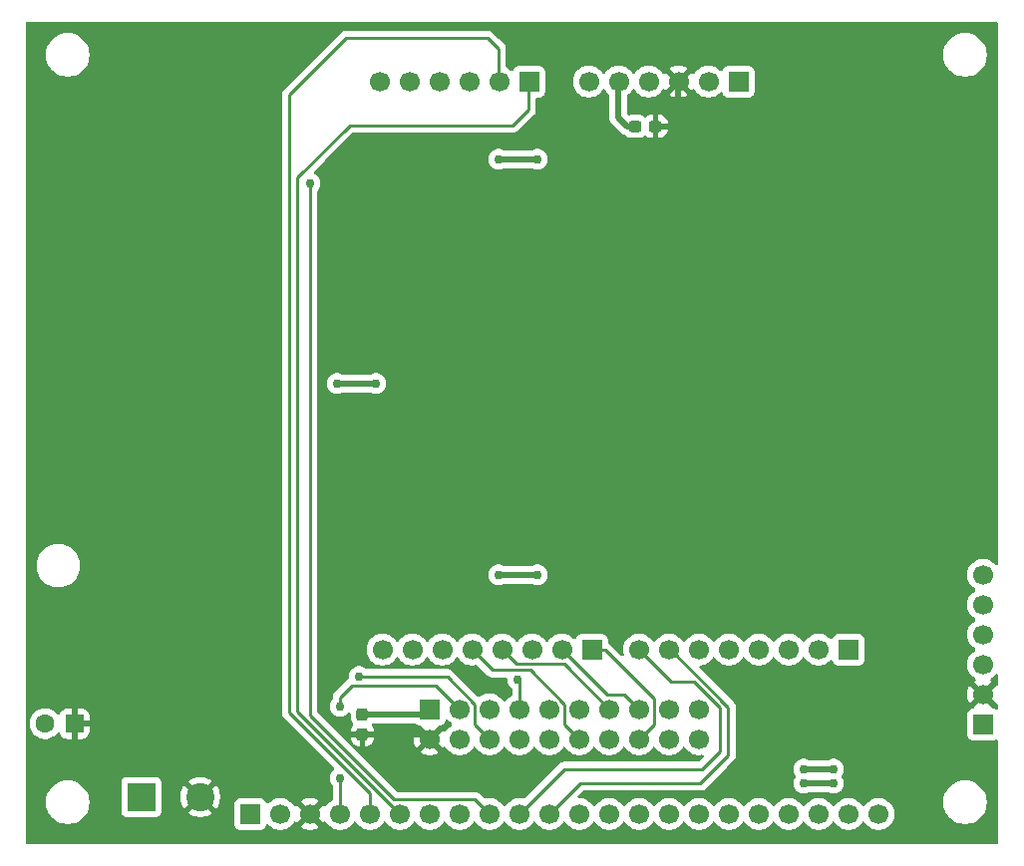
<source format=gbr>
%TF.GenerationSoftware,KiCad,Pcbnew,9.0.6*%
%TF.CreationDate,2025-11-24T10:33:25-08:00*%
%TF.ProjectId,SD-DADPT,53442d44-4144-4505-942e-6b696361645f,PR-1.0b*%
%TF.SameCoordinates,Original*%
%TF.FileFunction,Copper,L1,Top*%
%TF.FilePolarity,Positive*%
%FSLAX46Y46*%
G04 Gerber Fmt 4.6, Leading zero omitted, Abs format (unit mm)*
G04 Created by KiCad (PCBNEW 9.0.6) date 2025-11-24 10:33:25*
%MOMM*%
%LPD*%
G01*
G04 APERTURE LIST*
G04 Aperture macros list*
%AMRoundRect*
0 Rectangle with rounded corners*
0 $1 Rounding radius*
0 $2 $3 $4 $5 $6 $7 $8 $9 X,Y pos of 4 corners*
0 Add a 4 corners polygon primitive as box body*
4,1,4,$2,$3,$4,$5,$6,$7,$8,$9,$2,$3,0*
0 Add four circle primitives for the rounded corners*
1,1,$1+$1,$2,$3*
1,1,$1+$1,$4,$5*
1,1,$1+$1,$6,$7*
1,1,$1+$1,$8,$9*
0 Add four rect primitives between the rounded corners*
20,1,$1+$1,$2,$3,$4,$5,0*
20,1,$1+$1,$4,$5,$6,$7,0*
20,1,$1+$1,$6,$7,$8,$9,0*
20,1,$1+$1,$8,$9,$2,$3,0*%
G04 Aperture macros list end*
%TA.AperFunction,ComponentPad*%
%ADD10C,1.700000*%
%TD*%
%TA.AperFunction,ComponentPad*%
%ADD11R,1.700000X1.700000*%
%TD*%
%TA.AperFunction,SMDPad,CuDef*%
%ADD12RoundRect,0.237500X-0.300000X-0.237500X0.300000X-0.237500X0.300000X0.237500X-0.300000X0.237500X0*%
%TD*%
%TA.AperFunction,SMDPad,CuDef*%
%ADD13RoundRect,0.237500X0.237500X-0.300000X0.237500X0.300000X-0.237500X0.300000X-0.237500X-0.300000X0*%
%TD*%
%TA.AperFunction,ComponentPad*%
%ADD14R,2.400000X2.400000*%
%TD*%
%TA.AperFunction,ComponentPad*%
%ADD15C,2.400000*%
%TD*%
%TA.AperFunction,ComponentPad*%
%ADD16RoundRect,0.250000X0.550000X0.550000X-0.550000X0.550000X-0.550000X-0.550000X0.550000X-0.550000X0*%
%TD*%
%TA.AperFunction,ComponentPad*%
%ADD17C,1.600000*%
%TD*%
%TA.AperFunction,ViaPad*%
%ADD18C,0.762000*%
%TD*%
%TA.AperFunction,Conductor*%
%ADD19C,0.508000*%
%TD*%
%TA.AperFunction,Conductor*%
%ADD20C,0.254000*%
%TD*%
G04 APERTURE END LIST*
D10*
%TO.P,J4,6,Pin_6*%
%TO.N,unconnected-(J4-Pin_6-Pad6)*%
X117652800Y-77470000D03*
%TO.P,J4,5,Pin_5*%
%TO.N,GND*%
X120192800Y-77470000D03*
%TO.P,J4,4,Pin_4*%
%TO.N,unconnected-(J4-Pin_4-Pad4)*%
X122732800Y-77470000D03*
%TO.P,J4,3,Pin_3*%
%TO.N,+5V*%
X125272801Y-77470000D03*
%TO.P,J4,2,Pin_2*%
%TO.N,+3.3V*%
X127812800Y-77470000D03*
D11*
%TO.P,J4,1,Pin_1*%
%TO.N,unconnected-(J4-Pin_1-Pad1)*%
X130352800Y-77470000D03*
%TD*%
D10*
%TO.P,J3,6,Pin_6*%
%TO.N,unconnected-(J3-Pin_6-Pad6)*%
X99872800Y-77470000D03*
%TO.P,J3,5,Pin_5*%
%TO.N,/RESET-*%
X102412800Y-77470000D03*
%TO.P,J3,4,Pin_4*%
%TO.N,/DISPSEL-*%
X104952800Y-77470000D03*
%TO.P,J3,3,Pin_3*%
%TO.N,/REGSEL*%
X107492801Y-77470000D03*
%TO.P,J3,2,Pin_2*%
%TO.N,/WR-*%
X110032800Y-77470000D03*
D11*
%TO.P,J3,1,Pin_1*%
%TO.N,/RD-*%
X112572800Y-77470000D03*
%TD*%
%TO.P,J1,1,Pin_1*%
%TO.N,unconnected-(J1-Pin_1-Pad1)*%
X139700000Y-125730000D03*
D10*
%TO.P,J1,2,Pin_2*%
%TO.N,unconnected-(J1-Pin_2-Pad2)*%
X137160000Y-125730000D03*
%TO.P,J1,3,Pin_3*%
%TO.N,/SPI_CLK*%
X134620001Y-125730000D03*
%TO.P,J1,4,Pin_4*%
%TO.N,/SPI_MISO*%
X132080000Y-125730000D03*
%TO.P,J1,5,Pin_5*%
%TO.N,/SPI_MOSI*%
X129540000Y-125730000D03*
%TO.P,J1,6,Pin_6*%
%TO.N,/SPI_SEL-*%
X127000000Y-125730000D03*
%TO.P,J1,7,Pin_7*%
%TO.N,/D1*%
X124460000Y-125730000D03*
%TO.P,J1,8,Pin_8*%
%TO.N,/D0*%
X121919999Y-125730000D03*
%TD*%
D12*
%TO.P,C2,1*%
%TO.N,GND*%
X121592000Y-81280000D03*
%TO.P,C2,2*%
%TO.N,+5V*%
X123317000Y-81280000D03*
%TD*%
D11*
%TO.P,J5,1,Pin_1*%
%TO.N,GND*%
X88900000Y-139700000D03*
D10*
%TO.P,J5,2,Pin_2*%
X91440000Y-139700000D03*
%TO.P,J5,3,Pin_3*%
%TO.N,+5V*%
X93979999Y-139700000D03*
%TO.P,J5,4,Pin_4*%
%TO.N,/CONTV0*%
X96520000Y-139700000D03*
%TO.P,J5,5,Pin_5*%
%TO.N,/WR-*%
X99060000Y-139700000D03*
%TO.P,J5,6,Pin_6*%
%TO.N,/RD-*%
X101600000Y-139700000D03*
%TO.P,J5,7,Pin_7*%
%TO.N,/DISPSEL-*%
X104140000Y-139700000D03*
%TO.P,J5,8,Pin_8*%
%TO.N,/REGSEL*%
X106680001Y-139700000D03*
%TO.P,J5,9,Pin_9*%
%TO.N,/RESET-*%
X109220000Y-139700000D03*
%TO.P,J5,10,Pin_10*%
%TO.N,/D0*%
X111760000Y-139700000D03*
%TO.P,J5,11,Pin_11*%
%TO.N,/D1*%
X114300000Y-139700000D03*
%TO.P,J5,12,Pin_12*%
%TO.N,/D2*%
X116839999Y-139700000D03*
%TO.P,J5,13,Pin_13*%
%TO.N,/D3*%
X119380000Y-139700000D03*
%TO.P,J5,14,Pin_14*%
%TO.N,/D4*%
X121920000Y-139700000D03*
%TO.P,J5,15,Pin_15*%
%TO.N,/D5*%
X124460000Y-139700000D03*
%TO.P,J5,16,Pin_16*%
%TO.N,/D6*%
X126999999Y-139700000D03*
%TO.P,J5,17,Pin_17*%
%TO.N,/D7*%
X129540001Y-139700000D03*
%TO.P,J5,18,Pin_18*%
%TO.N,/FONT1*%
X132080000Y-139700000D03*
%TO.P,J5,19,Pin_19*%
%TO.N,/CONTPWR*%
X134620000Y-139700000D03*
%TO.P,J5,20,Pin_20*%
%TO.N,/BLPWR*%
X137160000Y-139700000D03*
%TO.P,J5,21,Pin_21*%
%TO.N,GND*%
X139699999Y-139700000D03*
%TO.P,J5,22,Pin_22*%
%TO.N,unconnected-(J5-Pin_22-Pad22)*%
X142240000Y-139700000D03*
%TD*%
D13*
%TO.P,C1,1*%
%TO.N,+5V*%
X98425000Y-132942501D03*
%TO.P,C1,2*%
%TO.N,GND*%
X98425000Y-131217499D03*
%TD*%
D11*
%TO.P,J2,1,Pin_1*%
%TO.N,/D7*%
X117906800Y-125730000D03*
D10*
%TO.P,J2,2,Pin_2*%
%TO.N,/D6*%
X115366800Y-125730000D03*
%TO.P,J2,3,Pin_3*%
%TO.N,/D5*%
X112826801Y-125730000D03*
%TO.P,J2,4,Pin_4*%
%TO.N,/D4*%
X110286800Y-125730000D03*
%TO.P,J2,5,Pin_5*%
%TO.N,/D3*%
X107746800Y-125730000D03*
%TO.P,J2,6,Pin_6*%
%TO.N,/D2*%
X105206800Y-125730000D03*
%TO.P,J2,7,Pin_7*%
%TO.N,unconnected-(J2-Pin_7-Pad7)*%
X102666800Y-125730000D03*
%TO.P,J2,8,Pin_8*%
%TO.N,unconnected-(J2-Pin_8-Pad8)*%
X100126799Y-125730000D03*
%TD*%
D11*
%TO.P,J7,1,Pin_1*%
%TO.N,GND*%
X151130000Y-132080000D03*
D10*
%TO.P,J7,2,Pin_2*%
%TO.N,+5V*%
X151130000Y-129540000D03*
%TO.P,J7,3,Pin_3*%
%TO.N,/SPI_CLK*%
X151130000Y-127000001D03*
%TO.P,J7,4,Pin_4*%
%TO.N,/SPI_MISO*%
X151130000Y-124460000D03*
%TO.P,J7,5,Pin_5*%
%TO.N,/SPI_MOSI*%
X151130000Y-121920000D03*
%TO.P,J7,6,Pin_6*%
%TO.N,/SPI_SEL-*%
X151130000Y-119380000D03*
%TD*%
D14*
%TO.P,J8,1,Pin_1*%
%TO.N,GND*%
X79650000Y-138250000D03*
D15*
%TO.P,J8,2,Pin_2*%
%TO.N,+5V*%
X84650000Y-138250000D03*
%TD*%
D16*
%TO.P,C3,1*%
%TO.N,+5V*%
X73978780Y-132029200D03*
D17*
%TO.P,C3,2*%
%TO.N,GND*%
X71478780Y-132029200D03*
%TD*%
D11*
%TO.P,J6,1,Pin_1*%
%TO.N,GND*%
X104140000Y-130810000D03*
D10*
%TO.P,J6,2,Pin_2*%
%TO.N,+5V*%
X104140000Y-133350000D03*
%TO.P,J6,3,Pin_3*%
%TO.N,/CONTV0*%
X106680000Y-130810000D03*
%TO.P,J6,4,Pin_4*%
%TO.N,/WR-*%
X106680000Y-133350000D03*
%TO.P,J6,5,Pin_5*%
%TO.N,/RD-*%
X109219999Y-130810000D03*
%TO.P,J6,6,Pin_6*%
%TO.N,/DISPSEL-*%
X109220000Y-133350000D03*
%TO.P,J6,7,Pin_7*%
%TO.N,/REGSEL*%
X111760000Y-130810000D03*
%TO.P,J6,8,Pin_8*%
%TO.N,/RESET-*%
X111760000Y-133350000D03*
%TO.P,J6,9,Pin_9*%
%TO.N,/D0*%
X114300000Y-130810000D03*
%TO.P,J6,10,Pin_10*%
%TO.N,/D1*%
X114300000Y-133350000D03*
%TO.P,J6,11,Pin_11*%
%TO.N,/D2*%
X116840000Y-130810000D03*
%TO.P,J6,12,Pin_12*%
%TO.N,/D3*%
X116840000Y-133350000D03*
%TO.P,J6,13,Pin_13*%
%TO.N,/D4*%
X119380000Y-130810000D03*
%TO.P,J6,14,Pin_14*%
%TO.N,/D5*%
X119380000Y-133350000D03*
%TO.P,J6,15,Pin_15*%
%TO.N,/D6*%
X121920001Y-130810000D03*
%TO.P,J6,16,Pin_16*%
%TO.N,/D7*%
X121920000Y-133350000D03*
%TO.P,J6,17,Pin_17*%
%TO.N,/FONT1*%
X124460000Y-130810000D03*
%TO.P,J6,18,Pin_18*%
%TO.N,/CONTPWR*%
X124460000Y-133350000D03*
%TO.P,J6,19,Pin_19*%
%TO.N,/BLPWR*%
X127000000Y-130810000D03*
%TO.P,J6,20,Pin_20*%
%TO.N,GND*%
X127000000Y-133350000D03*
%TD*%
D18*
%TO.N,+5V*%
X94996000Y-136144000D03*
X94996000Y-130556000D03*
%TO.N,GND*%
X135890000Y-135890000D03*
X99568000Y-103124000D03*
X96266000Y-103124000D03*
X113284000Y-84074000D03*
X138430000Y-135890000D03*
X135900000Y-137100000D03*
X109982000Y-119380000D03*
X109982000Y-84074000D03*
X138440000Y-137100000D03*
X113284000Y-119380000D03*
%TO.N,/DISPSEL-*%
X98145600Y-128016000D03*
%TO.N,/REGSEL*%
X111633000Y-128295400D03*
%TO.N,/RESET-*%
X93980000Y-86106000D03*
%TO.N,/CONTV0*%
X96520000Y-136652000D03*
X96520000Y-130556000D03*
%TD*%
D19*
%TO.N,+5V*%
X103732501Y-132942501D02*
X104140000Y-133350000D01*
X125222000Y-80645000D02*
X125222001Y-77470000D01*
X98425000Y-132942501D02*
X103732501Y-132942501D01*
X123317000Y-81280000D02*
X124587000Y-81280000D01*
X124587000Y-81280000D02*
X125222000Y-80645000D01*
%TO.N,GND*%
X99568000Y-103124000D02*
X96266000Y-103124000D01*
X120904000Y-81280000D02*
X120142000Y-80518000D01*
X135900000Y-137100000D02*
X138440000Y-137100000D01*
X113284000Y-84074000D02*
X109982000Y-84074000D01*
X120142000Y-80518000D02*
X120142000Y-77470000D01*
X103732501Y-131217499D02*
X104140000Y-130810000D01*
X121592000Y-81280000D02*
X120904000Y-81280000D01*
X135890000Y-135890000D02*
X138430000Y-135890000D01*
X98425000Y-131217499D02*
X103732501Y-131217499D01*
X113284000Y-119380000D02*
X109982000Y-119380000D01*
D20*
%TO.N,/D1*%
X127100000Y-137100000D02*
X116900000Y-137100000D01*
X129500000Y-130625144D02*
X129500000Y-134700000D01*
X116900000Y-137100000D02*
X114300000Y-139700000D01*
X124604856Y-125730000D02*
X129500000Y-130625144D01*
X129500000Y-134700000D02*
X127100000Y-137100000D01*
X124460000Y-125730000D02*
X124604856Y-125730000D01*
%TO.N,/D0*%
X128800000Y-134350000D02*
X127250000Y-135900000D01*
X121930000Y-125730000D02*
X124650000Y-128450000D01*
X121919999Y-125730000D02*
X121930000Y-125730000D01*
X127250000Y-135900000D02*
X115560000Y-135900000D01*
X115560000Y-135900000D02*
X111760000Y-139700000D01*
X128800000Y-130644978D02*
X128800000Y-134350000D01*
X124650000Y-128450000D02*
X126605022Y-128450000D01*
X126605022Y-128450000D02*
X128800000Y-130644978D01*
%TO.N,/D4*%
X110286800Y-125730000D02*
X111518800Y-126962000D01*
X115532000Y-126962000D02*
X119380000Y-130810000D01*
X111518800Y-126962000D02*
X115532000Y-126962000D01*
%TO.N,/D6*%
X115366800Y-125730000D02*
X119214800Y-129578000D01*
X119214800Y-129578000D02*
X120688001Y-129578000D01*
X120688001Y-129578000D02*
X121920001Y-130810000D01*
%TO.N,/D7*%
X123152001Y-129871201D02*
X123152001Y-132117999D01*
X117906800Y-125730000D02*
X119010800Y-125730000D01*
X123152001Y-132117999D02*
X121920000Y-133350000D01*
X119010800Y-125730000D02*
X123152001Y-129871201D01*
%TO.N,/D3*%
X115608000Y-130375688D02*
X115608000Y-132118000D01*
X109487800Y-127471000D02*
X112703312Y-127471000D01*
X107746800Y-125730000D02*
X109487800Y-127471000D01*
X112703312Y-127471000D02*
X115608000Y-130375688D01*
X115608000Y-132118000D02*
X116840000Y-133350000D01*
%TO.N,/WR-*%
X97028000Y-73787000D02*
X109093000Y-73787000D01*
X109982000Y-74676000D02*
X109982000Y-77470000D01*
X109093000Y-73787000D02*
X109982000Y-74676000D01*
X99060000Y-139700000D02*
X99060000Y-137922000D01*
X92202000Y-131064000D02*
X92202000Y-78613000D01*
X92202000Y-78613000D02*
X97028000Y-73787000D01*
X99060000Y-137922000D02*
X92202000Y-131064000D01*
%TO.N,/DISPSEL-*%
X98145600Y-128016000D02*
X105628312Y-128016000D01*
X107987999Y-132117999D02*
X109220000Y-133350000D01*
X105628312Y-128016000D02*
X107987999Y-130375687D01*
X107987999Y-130375687D02*
X107987999Y-132117999D01*
%TO.N,/REGSEL*%
X111633000Y-128295400D02*
X111760000Y-128422400D01*
X111760000Y-128422400D02*
X111760000Y-130810000D01*
%TO.N,/RD-*%
X112522000Y-79857600D02*
X112522000Y-77470000D01*
X101600000Y-139700000D02*
X92887800Y-130987800D01*
X111201200Y-81178400D02*
X112522000Y-79857600D01*
X92887800Y-85648800D02*
X97358200Y-81178400D01*
X97358200Y-81178400D02*
X111201200Y-81178400D01*
X92887800Y-130987800D02*
X92887800Y-85648800D01*
%TO.N,/RESET-*%
X93980000Y-86106000D02*
X93980000Y-131318000D01*
X101130000Y-138468000D02*
X107988000Y-138468000D01*
X107988000Y-138468000D02*
X109220000Y-139700000D01*
X93980000Y-131318000D02*
X101130000Y-138468000D01*
%TO.N,/CONTV0*%
X96520000Y-130556000D02*
X96520000Y-129794000D01*
X97536000Y-128778000D02*
X104648000Y-128778000D01*
X104648000Y-128778000D02*
X106680000Y-130810000D01*
X96520000Y-139700000D02*
X96520000Y-136652000D01*
X96520000Y-129794000D02*
X97536000Y-128778000D01*
%TD*%
%TA.AperFunction,Conductor*%
%TO.N,+5V*%
G36*
X105658418Y-131705417D02*
G01*
X105686673Y-131726569D01*
X105800213Y-131840109D01*
X105972182Y-131965050D01*
X105980946Y-131969516D01*
X106031742Y-132017491D01*
X106048536Y-132085312D01*
X106025998Y-132151447D01*
X105980946Y-132190484D01*
X105972182Y-132194949D01*
X105800213Y-132319890D01*
X105649890Y-132470213D01*
X105524949Y-132642182D01*
X105520202Y-132651499D01*
X105472227Y-132702293D01*
X105404405Y-132719087D01*
X105338271Y-132696548D01*
X105299234Y-132651495D01*
X105294626Y-132642452D01*
X105255270Y-132588282D01*
X105255269Y-132588282D01*
X104622962Y-133220590D01*
X104605925Y-133157007D01*
X104540099Y-133042993D01*
X104447007Y-132949901D01*
X104332993Y-132884075D01*
X104269409Y-132867037D01*
X104939627Y-132196818D01*
X105000950Y-132163333D01*
X105027307Y-132160499D01*
X105037872Y-132160499D01*
X105097483Y-132154091D01*
X105232331Y-132103796D01*
X105347546Y-132017546D01*
X105433796Y-131902331D01*
X105482810Y-131770916D01*
X105524681Y-131714984D01*
X105590145Y-131690566D01*
X105658418Y-131705417D01*
G37*
%TD.AperFunction*%
%TA.AperFunction,Conductor*%
G36*
X152343039Y-72409685D02*
G01*
X152388794Y-72462489D01*
X152400000Y-72514000D01*
X152400000Y-118448763D01*
X152380315Y-118515802D01*
X152327511Y-118561557D01*
X152258353Y-118571501D01*
X152194797Y-118542476D01*
X152175682Y-118521648D01*
X152160109Y-118500214D01*
X152160105Y-118500209D01*
X152009786Y-118349890D01*
X151837820Y-118224951D01*
X151648414Y-118128444D01*
X151648413Y-118128443D01*
X151648412Y-118128443D01*
X151446243Y-118062754D01*
X151446241Y-118062753D01*
X151446240Y-118062753D01*
X151284957Y-118037208D01*
X151236287Y-118029500D01*
X151023713Y-118029500D01*
X150975042Y-118037208D01*
X150813760Y-118062753D01*
X150611585Y-118128444D01*
X150422179Y-118224951D01*
X150250213Y-118349890D01*
X150099890Y-118500213D01*
X149974951Y-118672179D01*
X149878444Y-118861585D01*
X149812753Y-119063760D01*
X149791793Y-119196100D01*
X149779500Y-119273713D01*
X149779500Y-119486287D01*
X149812754Y-119696243D01*
X149853854Y-119822736D01*
X149878444Y-119898414D01*
X149974951Y-120087820D01*
X150099890Y-120259786D01*
X150250213Y-120410109D01*
X150422182Y-120535050D01*
X150430946Y-120539516D01*
X150481742Y-120587491D01*
X150498536Y-120655312D01*
X150475998Y-120721447D01*
X150430946Y-120760484D01*
X150422182Y-120764949D01*
X150250213Y-120889890D01*
X150099890Y-121040213D01*
X149974951Y-121212179D01*
X149878444Y-121401585D01*
X149812753Y-121603760D01*
X149779500Y-121813713D01*
X149779500Y-122026286D01*
X149812753Y-122236239D01*
X149878444Y-122438414D01*
X149974951Y-122627820D01*
X150099890Y-122799786D01*
X150250213Y-122950109D01*
X150422182Y-123075050D01*
X150430946Y-123079516D01*
X150481742Y-123127491D01*
X150498536Y-123195312D01*
X150475998Y-123261447D01*
X150430946Y-123300484D01*
X150422182Y-123304949D01*
X150250213Y-123429890D01*
X150099890Y-123580213D01*
X149974951Y-123752179D01*
X149878444Y-123941585D01*
X149812753Y-124143760D01*
X149779500Y-124353713D01*
X149779500Y-124566286D01*
X149812163Y-124772517D01*
X149812754Y-124776243D01*
X149836788Y-124850213D01*
X149878444Y-124978414D01*
X149974951Y-125167820D01*
X150099890Y-125339786D01*
X150250213Y-125490109D01*
X150422179Y-125615048D01*
X150422181Y-125615049D01*
X150422184Y-125615051D01*
X150430945Y-125619514D01*
X150481741Y-125667488D01*
X150498537Y-125735308D01*
X150476001Y-125801444D01*
X150430950Y-125840482D01*
X150422187Y-125844947D01*
X150422184Y-125844949D01*
X150250213Y-125969891D01*
X150099890Y-126120214D01*
X149974951Y-126292180D01*
X149878444Y-126481586D01*
X149812753Y-126683761D01*
X149779500Y-126893714D01*
X149779500Y-127106287D01*
X149808942Y-127292181D01*
X149812754Y-127316244D01*
X149859437Y-127459920D01*
X149878444Y-127518415D01*
X149974951Y-127707821D01*
X150099890Y-127879787D01*
X150250213Y-128030110D01*
X150422179Y-128155049D01*
X150422181Y-128155050D01*
X150422184Y-128155052D01*
X150431491Y-128159794D01*
X150431495Y-128159796D01*
X150482291Y-128207770D01*
X150499086Y-128275591D01*
X150476549Y-128341726D01*
X150431501Y-128380763D01*
X150422440Y-128385380D01*
X150368282Y-128424727D01*
X150368282Y-128424728D01*
X151000591Y-129057037D01*
X150937007Y-129074075D01*
X150822993Y-129139901D01*
X150729901Y-129232993D01*
X150664075Y-129347007D01*
X150647037Y-129410591D01*
X150014728Y-128778282D01*
X150014727Y-128778282D01*
X149975380Y-128832439D01*
X149878904Y-129021782D01*
X149813242Y-129223869D01*
X149813242Y-129223872D01*
X149780000Y-129433753D01*
X149780000Y-129646246D01*
X149813242Y-129856127D01*
X149813242Y-129856130D01*
X149878904Y-130058217D01*
X149975375Y-130247550D01*
X150014728Y-130301716D01*
X150647037Y-129669408D01*
X150664075Y-129732993D01*
X150729901Y-129847007D01*
X150822993Y-129940099D01*
X150937007Y-130005925D01*
X151000590Y-130022962D01*
X150330370Y-130693181D01*
X150269047Y-130726666D01*
X150242698Y-130729500D01*
X150232134Y-130729500D01*
X150232123Y-130729501D01*
X150172516Y-130735908D01*
X150037671Y-130786202D01*
X150037664Y-130786206D01*
X149922455Y-130872452D01*
X149922452Y-130872455D01*
X149836206Y-130987664D01*
X149836202Y-130987671D01*
X149785908Y-131122517D01*
X149779501Y-131182116D01*
X149779500Y-131182135D01*
X149779500Y-132977870D01*
X149779501Y-132977876D01*
X149785908Y-133037483D01*
X149836202Y-133172328D01*
X149836206Y-133172335D01*
X149922452Y-133287544D01*
X149922455Y-133287547D01*
X150037664Y-133373793D01*
X150037671Y-133373797D01*
X150172517Y-133424091D01*
X150172516Y-133424091D01*
X150179444Y-133424835D01*
X150232127Y-133430500D01*
X152027872Y-133430499D01*
X152087483Y-133424091D01*
X152171773Y-133392653D01*
X152230641Y-133370697D01*
X152231740Y-133373645D01*
X152284812Y-133362086D01*
X152350283Y-133386485D01*
X152392170Y-133442407D01*
X152400000Y-133485772D01*
X152400000Y-142116000D01*
X152380315Y-142183039D01*
X152327511Y-142228794D01*
X152276000Y-142240000D01*
X69974000Y-142240000D01*
X69906961Y-142220315D01*
X69861206Y-142167511D01*
X69850000Y-142116000D01*
X69850000Y-138578711D01*
X71549500Y-138578711D01*
X71549500Y-138821288D01*
X71581161Y-139061785D01*
X71643947Y-139296104D01*
X71684080Y-139392993D01*
X71736776Y-139520212D01*
X71858064Y-139730289D01*
X71858066Y-139730292D01*
X71858067Y-139730293D01*
X72005733Y-139922736D01*
X72005739Y-139922743D01*
X72177256Y-140094260D01*
X72177262Y-140094265D01*
X72369711Y-140241936D01*
X72579788Y-140363224D01*
X72803900Y-140456054D01*
X73038211Y-140518838D01*
X73218586Y-140542584D01*
X73278711Y-140550500D01*
X73278712Y-140550500D01*
X73521289Y-140550500D01*
X73569388Y-140544167D01*
X73761789Y-140518838D01*
X73996100Y-140456054D01*
X74220212Y-140363224D01*
X74430289Y-140241936D01*
X74622738Y-140094265D01*
X74794265Y-139922738D01*
X74941936Y-139730289D01*
X75063224Y-139520212D01*
X75156054Y-139296100D01*
X75218838Y-139061789D01*
X75250500Y-138821288D01*
X75250500Y-138578712D01*
X75218838Y-138338211D01*
X75156054Y-138103900D01*
X75063224Y-137879788D01*
X74941936Y-137669711D01*
X74794265Y-137477262D01*
X74794260Y-137477256D01*
X74622743Y-137305739D01*
X74622736Y-137305733D01*
X74430293Y-137158067D01*
X74430292Y-137158066D01*
X74430289Y-137158064D01*
X74220212Y-137036776D01*
X74220205Y-137036773D01*
X74136582Y-137002135D01*
X77949500Y-137002135D01*
X77949500Y-139497870D01*
X77949501Y-139497876D01*
X77955908Y-139557483D01*
X78006202Y-139692328D01*
X78006206Y-139692335D01*
X78092452Y-139807544D01*
X78092455Y-139807547D01*
X78207664Y-139893793D01*
X78207671Y-139893797D01*
X78342517Y-139944091D01*
X78342516Y-139944091D01*
X78349444Y-139944835D01*
X78402127Y-139950500D01*
X80897872Y-139950499D01*
X80957483Y-139944091D01*
X81092331Y-139893796D01*
X81207546Y-139807546D01*
X81293796Y-139692331D01*
X81344091Y-139557483D01*
X81350500Y-139497873D01*
X81350499Y-138138575D01*
X82950000Y-138138575D01*
X82950000Y-138361424D01*
X82979085Y-138582354D01*
X82979088Y-138582367D01*
X83036763Y-138797618D01*
X83122045Y-139003502D01*
X83122054Y-139003520D01*
X83233464Y-139196491D01*
X83233473Y-139196504D01*
X83284040Y-139262403D01*
X83284043Y-139262403D01*
X84085387Y-138461059D01*
X84090889Y-138481591D01*
X84169881Y-138618408D01*
X84281592Y-138730119D01*
X84418409Y-138809111D01*
X84438940Y-138814612D01*
X83637595Y-139615955D01*
X83637595Y-139615956D01*
X83703507Y-139666533D01*
X83896485Y-139777949D01*
X83896497Y-139777954D01*
X84102381Y-139863236D01*
X84317632Y-139920911D01*
X84317645Y-139920914D01*
X84538575Y-139950000D01*
X84761425Y-139950000D01*
X84982354Y-139920914D01*
X84982367Y-139920911D01*
X85197618Y-139863236D01*
X85403502Y-139777954D01*
X85403514Y-139777949D01*
X85596498Y-139666530D01*
X85662403Y-139615957D01*
X85662404Y-139615956D01*
X84861059Y-138814612D01*
X84881591Y-138809111D01*
X85018408Y-138730119D01*
X85130119Y-138618408D01*
X85209111Y-138481591D01*
X85214612Y-138461059D01*
X86015956Y-139262404D01*
X86015957Y-139262403D01*
X86066530Y-139196498D01*
X86177949Y-139003514D01*
X86177954Y-139003502D01*
X86261364Y-138802135D01*
X87549500Y-138802135D01*
X87549500Y-140597870D01*
X87549501Y-140597876D01*
X87555908Y-140657483D01*
X87606202Y-140792328D01*
X87606206Y-140792335D01*
X87692452Y-140907544D01*
X87692455Y-140907547D01*
X87807664Y-140993793D01*
X87807671Y-140993797D01*
X87942517Y-141044091D01*
X87942516Y-141044091D01*
X87949444Y-141044835D01*
X88002127Y-141050500D01*
X89797872Y-141050499D01*
X89857483Y-141044091D01*
X89992331Y-140993796D01*
X90107546Y-140907546D01*
X90193796Y-140792331D01*
X90242810Y-140660916D01*
X90284681Y-140604984D01*
X90350145Y-140580566D01*
X90418418Y-140595417D01*
X90446673Y-140616569D01*
X90560213Y-140730109D01*
X90732179Y-140855048D01*
X90732181Y-140855049D01*
X90732184Y-140855051D01*
X90921588Y-140951557D01*
X91123757Y-141017246D01*
X91333713Y-141050500D01*
X91333714Y-141050500D01*
X91546286Y-141050500D01*
X91546287Y-141050500D01*
X91756243Y-141017246D01*
X91958412Y-140951557D01*
X92147816Y-140855051D01*
X92234138Y-140792335D01*
X92319786Y-140730109D01*
X92319788Y-140730106D01*
X92319792Y-140730104D01*
X92470104Y-140579792D01*
X92470106Y-140579788D01*
X92470109Y-140579786D01*
X92595048Y-140407820D01*
X92595050Y-140407817D01*
X92595051Y-140407816D01*
X92599794Y-140398506D01*
X92647766Y-140347710D01*
X92715587Y-140330913D01*
X92781722Y-140353448D01*
X92820765Y-140398505D01*
X92825372Y-140407547D01*
X92864727Y-140461716D01*
X93497036Y-139829408D01*
X93514074Y-139892993D01*
X93579900Y-140007007D01*
X93672992Y-140100099D01*
X93787006Y-140165925D01*
X93850589Y-140182962D01*
X93218281Y-140815269D01*
X93218281Y-140815270D01*
X93272448Y-140854624D01*
X93461781Y-140951095D01*
X93663869Y-141016757D01*
X93873753Y-141050000D01*
X94086245Y-141050000D01*
X94296126Y-141016757D01*
X94296129Y-141016757D01*
X94498216Y-140951095D01*
X94687553Y-140854622D01*
X94741715Y-140815270D01*
X94741716Y-140815270D01*
X94109407Y-140182962D01*
X94172992Y-140165925D01*
X94287006Y-140100099D01*
X94380098Y-140007007D01*
X94445924Y-139892993D01*
X94462961Y-139829409D01*
X95095269Y-140461717D01*
X95095269Y-140461716D01*
X95134622Y-140407553D01*
X95139230Y-140398509D01*
X95187201Y-140347710D01*
X95255021Y-140330910D01*
X95321157Y-140353444D01*
X95360201Y-140398499D01*
X95364949Y-140407817D01*
X95489890Y-140579786D01*
X95640213Y-140730109D01*
X95812179Y-140855048D01*
X95812181Y-140855049D01*
X95812184Y-140855051D01*
X96001588Y-140951557D01*
X96203757Y-141017246D01*
X96413713Y-141050500D01*
X96413714Y-141050500D01*
X96626286Y-141050500D01*
X96626287Y-141050500D01*
X96836243Y-141017246D01*
X97038412Y-140951557D01*
X97227816Y-140855051D01*
X97314138Y-140792335D01*
X97399786Y-140730109D01*
X97399788Y-140730106D01*
X97399792Y-140730104D01*
X97550104Y-140579792D01*
X97550106Y-140579788D01*
X97550109Y-140579786D01*
X97675048Y-140407820D01*
X97675050Y-140407817D01*
X97675051Y-140407816D01*
X97679514Y-140399054D01*
X97727488Y-140348259D01*
X97795308Y-140331463D01*
X97861444Y-140353999D01*
X97900484Y-140399054D01*
X97904591Y-140407115D01*
X97904951Y-140407820D01*
X98029890Y-140579786D01*
X98180213Y-140730109D01*
X98352179Y-140855048D01*
X98352181Y-140855049D01*
X98352184Y-140855051D01*
X98541588Y-140951557D01*
X98743757Y-141017246D01*
X98953713Y-141050500D01*
X98953714Y-141050500D01*
X99166286Y-141050500D01*
X99166287Y-141050500D01*
X99376243Y-141017246D01*
X99578412Y-140951557D01*
X99767816Y-140855051D01*
X99854138Y-140792335D01*
X99939786Y-140730109D01*
X99939788Y-140730106D01*
X99939792Y-140730104D01*
X100090104Y-140579792D01*
X100090106Y-140579788D01*
X100090109Y-140579786D01*
X100215048Y-140407820D01*
X100215050Y-140407817D01*
X100215051Y-140407816D01*
X100219514Y-140399054D01*
X100267488Y-140348259D01*
X100335308Y-140331463D01*
X100401444Y-140353999D01*
X100440484Y-140399054D01*
X100444591Y-140407115D01*
X100444951Y-140407820D01*
X100569890Y-140579786D01*
X100720213Y-140730109D01*
X100892179Y-140855048D01*
X100892181Y-140855049D01*
X100892184Y-140855051D01*
X101081588Y-140951557D01*
X101283757Y-141017246D01*
X101493713Y-141050500D01*
X101493714Y-141050500D01*
X101706286Y-141050500D01*
X101706287Y-141050500D01*
X101916243Y-141017246D01*
X102118412Y-140951557D01*
X102307816Y-140855051D01*
X102394138Y-140792335D01*
X102479786Y-140730109D01*
X102479788Y-140730106D01*
X102479792Y-140730104D01*
X102630104Y-140579792D01*
X102630106Y-140579788D01*
X102630109Y-140579786D01*
X102755048Y-140407820D01*
X102755050Y-140407817D01*
X102755051Y-140407816D01*
X102759514Y-140399054D01*
X102807488Y-140348259D01*
X102875308Y-140331463D01*
X102941444Y-140353999D01*
X102980484Y-140399054D01*
X102984591Y-140407115D01*
X102984951Y-140407820D01*
X103109890Y-140579786D01*
X103260213Y-140730109D01*
X103432179Y-140855048D01*
X103432181Y-140855049D01*
X103432184Y-140855051D01*
X103621588Y-140951557D01*
X103823757Y-141017246D01*
X104033713Y-141050500D01*
X104033714Y-141050500D01*
X104246286Y-141050500D01*
X104246287Y-141050500D01*
X104456243Y-141017246D01*
X104658412Y-140951557D01*
X104847816Y-140855051D01*
X104934138Y-140792335D01*
X105019786Y-140730109D01*
X105019788Y-140730106D01*
X105019792Y-140730104D01*
X105170104Y-140579792D01*
X105170106Y-140579788D01*
X105170109Y-140579786D01*
X105295048Y-140407821D01*
X105295188Y-140407547D01*
X105299513Y-140399056D01*
X105347484Y-140348260D01*
X105415304Y-140331462D01*
X105481440Y-140353996D01*
X105520484Y-140399052D01*
X105524950Y-140407817D01*
X105649891Y-140579786D01*
X105800214Y-140730109D01*
X105972180Y-140855048D01*
X105972182Y-140855049D01*
X105972185Y-140855051D01*
X106161589Y-140951557D01*
X106363758Y-141017246D01*
X106573714Y-141050500D01*
X106573715Y-141050500D01*
X106786287Y-141050500D01*
X106786288Y-141050500D01*
X106996244Y-141017246D01*
X107198413Y-140951557D01*
X107387817Y-140855051D01*
X107474139Y-140792335D01*
X107559787Y-140730109D01*
X107559789Y-140730106D01*
X107559793Y-140730104D01*
X107710105Y-140579792D01*
X107710107Y-140579788D01*
X107710110Y-140579786D01*
X107835049Y-140407820D01*
X107835051Y-140407817D01*
X107835052Y-140407816D01*
X107839513Y-140399058D01*
X107887484Y-140348262D01*
X107955304Y-140331464D01*
X108021441Y-140353998D01*
X108060484Y-140399054D01*
X108064949Y-140407817D01*
X108189890Y-140579786D01*
X108340213Y-140730109D01*
X108512179Y-140855048D01*
X108512181Y-140855049D01*
X108512184Y-140855051D01*
X108701588Y-140951557D01*
X108903757Y-141017246D01*
X109113713Y-141050500D01*
X109113714Y-141050500D01*
X109326286Y-141050500D01*
X109326287Y-141050500D01*
X109536243Y-141017246D01*
X109738412Y-140951557D01*
X109927816Y-140855051D01*
X110014138Y-140792335D01*
X110099786Y-140730109D01*
X110099788Y-140730106D01*
X110099792Y-140730104D01*
X110250104Y-140579792D01*
X110250106Y-140579788D01*
X110250109Y-140579786D01*
X110375048Y-140407820D01*
X110375050Y-140407817D01*
X110375051Y-140407816D01*
X110379514Y-140399054D01*
X110427488Y-140348259D01*
X110495308Y-140331463D01*
X110561444Y-140353999D01*
X110600484Y-140399054D01*
X110604591Y-140407115D01*
X110604951Y-140407820D01*
X110729890Y-140579786D01*
X110880213Y-140730109D01*
X111052179Y-140855048D01*
X111052181Y-140855049D01*
X111052184Y-140855051D01*
X111241588Y-140951557D01*
X111443757Y-141017246D01*
X111653713Y-141050500D01*
X111653714Y-141050500D01*
X111866286Y-141050500D01*
X111866287Y-141050500D01*
X112076243Y-141017246D01*
X112278412Y-140951557D01*
X112467816Y-140855051D01*
X112554138Y-140792335D01*
X112639786Y-140730109D01*
X112639788Y-140730106D01*
X112639792Y-140730104D01*
X112790104Y-140579792D01*
X112790106Y-140579788D01*
X112790109Y-140579786D01*
X112915048Y-140407820D01*
X112915050Y-140407817D01*
X112915051Y-140407816D01*
X112919514Y-140399054D01*
X112967488Y-140348259D01*
X113035308Y-140331463D01*
X113101444Y-140353999D01*
X113140484Y-140399054D01*
X113144591Y-140407115D01*
X113144951Y-140407820D01*
X113269890Y-140579786D01*
X113420213Y-140730109D01*
X113592179Y-140855048D01*
X113592181Y-140855049D01*
X113592184Y-140855051D01*
X113781588Y-140951557D01*
X113983757Y-141017246D01*
X114193713Y-141050500D01*
X114193714Y-141050500D01*
X114406286Y-141050500D01*
X114406287Y-141050500D01*
X114616243Y-141017246D01*
X114818412Y-140951557D01*
X115007816Y-140855051D01*
X115094138Y-140792335D01*
X115179786Y-140730109D01*
X115179788Y-140730106D01*
X115179792Y-140730104D01*
X115330104Y-140579792D01*
X115330106Y-140579788D01*
X115330109Y-140579786D01*
X115455048Y-140407820D01*
X115455050Y-140407817D01*
X115455051Y-140407816D01*
X115459512Y-140399058D01*
X115507483Y-140348262D01*
X115575303Y-140331464D01*
X115641440Y-140353998D01*
X115680483Y-140399054D01*
X115684948Y-140407817D01*
X115809889Y-140579786D01*
X115960212Y-140730109D01*
X116132178Y-140855048D01*
X116132180Y-140855049D01*
X116132183Y-140855051D01*
X116321587Y-140951557D01*
X116523756Y-141017246D01*
X116733712Y-141050500D01*
X116733713Y-141050500D01*
X116946285Y-141050500D01*
X116946286Y-141050500D01*
X117156242Y-141017246D01*
X117358411Y-140951557D01*
X117547815Y-140855051D01*
X117634137Y-140792335D01*
X117719785Y-140730109D01*
X117719787Y-140730106D01*
X117719791Y-140730104D01*
X117870103Y-140579792D01*
X117870105Y-140579788D01*
X117870108Y-140579786D01*
X117995047Y-140407821D01*
X117995187Y-140407547D01*
X117999512Y-140399056D01*
X118047483Y-140348260D01*
X118115303Y-140331462D01*
X118181439Y-140353996D01*
X118220483Y-140399052D01*
X118224949Y-140407817D01*
X118349890Y-140579786D01*
X118500213Y-140730109D01*
X118672179Y-140855048D01*
X118672181Y-140855049D01*
X118672184Y-140855051D01*
X118861588Y-140951557D01*
X119063757Y-141017246D01*
X119273713Y-141050500D01*
X119273714Y-141050500D01*
X119486286Y-141050500D01*
X119486287Y-141050500D01*
X119696243Y-141017246D01*
X119898412Y-140951557D01*
X120087816Y-140855051D01*
X120174138Y-140792335D01*
X120259786Y-140730109D01*
X120259788Y-140730106D01*
X120259792Y-140730104D01*
X120410104Y-140579792D01*
X120410106Y-140579788D01*
X120410109Y-140579786D01*
X120535048Y-140407820D01*
X120535050Y-140407817D01*
X120535051Y-140407816D01*
X120539514Y-140399054D01*
X120587488Y-140348259D01*
X120655308Y-140331463D01*
X120721444Y-140353999D01*
X120760484Y-140399054D01*
X120764591Y-140407115D01*
X120764951Y-140407820D01*
X120889890Y-140579786D01*
X121040213Y-140730109D01*
X121212179Y-140855048D01*
X121212181Y-140855049D01*
X121212184Y-140855051D01*
X121401588Y-140951557D01*
X121603757Y-141017246D01*
X121813713Y-141050500D01*
X121813714Y-141050500D01*
X122026286Y-141050500D01*
X122026287Y-141050500D01*
X122236243Y-141017246D01*
X122438412Y-140951557D01*
X122627816Y-140855051D01*
X122714138Y-140792335D01*
X122799786Y-140730109D01*
X122799788Y-140730106D01*
X122799792Y-140730104D01*
X122950104Y-140579792D01*
X122950106Y-140579788D01*
X122950109Y-140579786D01*
X123075048Y-140407820D01*
X123075050Y-140407817D01*
X123075051Y-140407816D01*
X123079514Y-140399054D01*
X123127488Y-140348259D01*
X123195308Y-140331463D01*
X123261444Y-140353999D01*
X123300484Y-140399054D01*
X123304591Y-140407115D01*
X123304951Y-140407820D01*
X123429890Y-140579786D01*
X123580213Y-140730109D01*
X123752179Y-140855048D01*
X123752181Y-140855049D01*
X123752184Y-140855051D01*
X123941588Y-140951557D01*
X124143757Y-141017246D01*
X124353713Y-141050500D01*
X124353714Y-141050500D01*
X124566286Y-141050500D01*
X124566287Y-141050500D01*
X124776243Y-141017246D01*
X124978412Y-140951557D01*
X125167816Y-140855051D01*
X125254138Y-140792335D01*
X125339786Y-140730109D01*
X125339788Y-140730106D01*
X125339792Y-140730104D01*
X125490104Y-140579792D01*
X125490106Y-140579788D01*
X125490109Y-140579786D01*
X125615048Y-140407820D01*
X125615050Y-140407817D01*
X125615051Y-140407816D01*
X125619512Y-140399058D01*
X125667483Y-140348262D01*
X125735303Y-140331464D01*
X125801440Y-140353998D01*
X125840483Y-140399054D01*
X125844948Y-140407817D01*
X125969889Y-140579786D01*
X126120212Y-140730109D01*
X126292178Y-140855048D01*
X126292180Y-140855049D01*
X126292183Y-140855051D01*
X126481587Y-140951557D01*
X126683756Y-141017246D01*
X126893712Y-141050500D01*
X126893713Y-141050500D01*
X127106285Y-141050500D01*
X127106286Y-141050500D01*
X127316242Y-141017246D01*
X127518411Y-140951557D01*
X127707815Y-140855051D01*
X127794137Y-140792335D01*
X127879785Y-140730109D01*
X127879787Y-140730106D01*
X127879791Y-140730104D01*
X128030103Y-140579792D01*
X128030105Y-140579788D01*
X128030108Y-140579786D01*
X128155047Y-140407820D01*
X128155049Y-140407817D01*
X128155050Y-140407816D01*
X128159514Y-140399052D01*
X128207487Y-140348257D01*
X128275308Y-140331461D01*
X128341443Y-140353997D01*
X128380484Y-140399052D01*
X128384606Y-140407142D01*
X128384952Y-140407820D01*
X128509891Y-140579786D01*
X128660214Y-140730109D01*
X128832180Y-140855048D01*
X128832182Y-140855049D01*
X128832185Y-140855051D01*
X129021589Y-140951557D01*
X129223758Y-141017246D01*
X129433714Y-141050500D01*
X129433715Y-141050500D01*
X129646287Y-141050500D01*
X129646288Y-141050500D01*
X129856244Y-141017246D01*
X130058413Y-140951557D01*
X130247817Y-140855051D01*
X130334139Y-140792335D01*
X130419787Y-140730109D01*
X130419789Y-140730106D01*
X130419793Y-140730104D01*
X130570105Y-140579792D01*
X130570107Y-140579788D01*
X130570110Y-140579786D01*
X130695049Y-140407820D01*
X130695051Y-140407817D01*
X130695052Y-140407816D01*
X130699513Y-140399058D01*
X130747484Y-140348262D01*
X130815304Y-140331464D01*
X130881441Y-140353998D01*
X130920484Y-140399054D01*
X130924949Y-140407817D01*
X131049890Y-140579786D01*
X131200213Y-140730109D01*
X131372179Y-140855048D01*
X131372181Y-140855049D01*
X131372184Y-140855051D01*
X131561588Y-140951557D01*
X131763757Y-141017246D01*
X131973713Y-141050500D01*
X131973714Y-141050500D01*
X132186286Y-141050500D01*
X132186287Y-141050500D01*
X132396243Y-141017246D01*
X132598412Y-140951557D01*
X132787816Y-140855051D01*
X132874138Y-140792335D01*
X132959786Y-140730109D01*
X132959788Y-140730106D01*
X132959792Y-140730104D01*
X133110104Y-140579792D01*
X133110106Y-140579788D01*
X133110109Y-140579786D01*
X133235048Y-140407820D01*
X133235050Y-140407817D01*
X133235051Y-140407816D01*
X133239514Y-140399054D01*
X133287488Y-140348259D01*
X133355308Y-140331463D01*
X133421444Y-140353999D01*
X133460484Y-140399054D01*
X133464591Y-140407115D01*
X133464951Y-140407820D01*
X133589890Y-140579786D01*
X133740213Y-140730109D01*
X133912179Y-140855048D01*
X133912181Y-140855049D01*
X133912184Y-140855051D01*
X134101588Y-140951557D01*
X134303757Y-141017246D01*
X134513713Y-141050500D01*
X134513714Y-141050500D01*
X134726286Y-141050500D01*
X134726287Y-141050500D01*
X134936243Y-141017246D01*
X135138412Y-140951557D01*
X135327816Y-140855051D01*
X135414138Y-140792335D01*
X135499786Y-140730109D01*
X135499788Y-140730106D01*
X135499792Y-140730104D01*
X135650104Y-140579792D01*
X135650106Y-140579788D01*
X135650109Y-140579786D01*
X135775048Y-140407820D01*
X135775050Y-140407817D01*
X135775051Y-140407816D01*
X135779514Y-140399054D01*
X135827488Y-140348259D01*
X135895308Y-140331463D01*
X135961444Y-140353999D01*
X136000484Y-140399054D01*
X136004591Y-140407115D01*
X136004951Y-140407820D01*
X136129890Y-140579786D01*
X136280213Y-140730109D01*
X136452179Y-140855048D01*
X136452181Y-140855049D01*
X136452184Y-140855051D01*
X136641588Y-140951557D01*
X136843757Y-141017246D01*
X137053713Y-141050500D01*
X137053714Y-141050500D01*
X137266286Y-141050500D01*
X137266287Y-141050500D01*
X137476243Y-141017246D01*
X137678412Y-140951557D01*
X137867816Y-140855051D01*
X137954138Y-140792335D01*
X138039786Y-140730109D01*
X138039788Y-140730106D01*
X138039792Y-140730104D01*
X138190104Y-140579792D01*
X138190106Y-140579788D01*
X138190109Y-140579786D01*
X138315048Y-140407820D01*
X138315050Y-140407817D01*
X138315051Y-140407816D01*
X138319512Y-140399058D01*
X138367483Y-140348262D01*
X138435303Y-140331464D01*
X138501440Y-140353998D01*
X138540483Y-140399054D01*
X138544948Y-140407817D01*
X138669889Y-140579786D01*
X138820212Y-140730109D01*
X138992178Y-140855048D01*
X138992180Y-140855049D01*
X138992183Y-140855051D01*
X139181587Y-140951557D01*
X139383756Y-141017246D01*
X139593712Y-141050500D01*
X139593713Y-141050500D01*
X139806285Y-141050500D01*
X139806286Y-141050500D01*
X140016242Y-141017246D01*
X140218411Y-140951557D01*
X140407815Y-140855051D01*
X140494137Y-140792335D01*
X140579785Y-140730109D01*
X140579787Y-140730106D01*
X140579791Y-140730104D01*
X140730103Y-140579792D01*
X140730105Y-140579788D01*
X140730108Y-140579786D01*
X140855047Y-140407821D01*
X140855187Y-140407547D01*
X140859512Y-140399056D01*
X140907483Y-140348260D01*
X140975303Y-140331462D01*
X141041439Y-140353996D01*
X141080483Y-140399052D01*
X141084949Y-140407817D01*
X141209890Y-140579786D01*
X141360213Y-140730109D01*
X141532179Y-140855048D01*
X141532181Y-140855049D01*
X141532184Y-140855051D01*
X141721588Y-140951557D01*
X141923757Y-141017246D01*
X142133713Y-141050500D01*
X142133714Y-141050500D01*
X142346286Y-141050500D01*
X142346287Y-141050500D01*
X142556243Y-141017246D01*
X142758412Y-140951557D01*
X142947816Y-140855051D01*
X143034138Y-140792335D01*
X143119786Y-140730109D01*
X143119788Y-140730106D01*
X143119792Y-140730104D01*
X143270104Y-140579792D01*
X143270106Y-140579788D01*
X143270109Y-140579786D01*
X143395048Y-140407820D01*
X143395050Y-140407817D01*
X143395051Y-140407816D01*
X143491557Y-140218412D01*
X143557246Y-140016243D01*
X143590500Y-139806287D01*
X143590500Y-139593713D01*
X143557246Y-139383757D01*
X143491557Y-139181588D01*
X143395051Y-138992184D01*
X143395049Y-138992181D01*
X143395048Y-138992179D01*
X143270109Y-138820213D01*
X143119790Y-138669894D01*
X143119785Y-138669890D01*
X142994287Y-138578711D01*
X147749500Y-138578711D01*
X147749500Y-138821288D01*
X147781161Y-139061785D01*
X147843947Y-139296104D01*
X147884080Y-139392993D01*
X147936776Y-139520212D01*
X148058064Y-139730289D01*
X148058066Y-139730292D01*
X148058067Y-139730293D01*
X148205733Y-139922736D01*
X148205739Y-139922743D01*
X148377256Y-140094260D01*
X148377262Y-140094265D01*
X148569711Y-140241936D01*
X148779788Y-140363224D01*
X149003900Y-140456054D01*
X149238211Y-140518838D01*
X149418586Y-140542584D01*
X149478711Y-140550500D01*
X149478712Y-140550500D01*
X149721289Y-140550500D01*
X149769388Y-140544167D01*
X149961789Y-140518838D01*
X150196100Y-140456054D01*
X150420212Y-140363224D01*
X150630289Y-140241936D01*
X150822738Y-140094265D01*
X150994265Y-139922738D01*
X151141936Y-139730289D01*
X151263224Y-139520212D01*
X151356054Y-139296100D01*
X151418838Y-139061789D01*
X151450500Y-138821288D01*
X151450500Y-138578712D01*
X151418838Y-138338211D01*
X151356054Y-138103900D01*
X151263224Y-137879788D01*
X151141936Y-137669711D01*
X150994265Y-137477262D01*
X150994260Y-137477256D01*
X150822743Y-137305739D01*
X150822736Y-137305733D01*
X150630293Y-137158067D01*
X150630292Y-137158066D01*
X150630289Y-137158064D01*
X150420212Y-137036776D01*
X150420205Y-137036773D01*
X150196104Y-136943947D01*
X149961785Y-136881161D01*
X149721289Y-136849500D01*
X149721288Y-136849500D01*
X149478712Y-136849500D01*
X149478711Y-136849500D01*
X149238214Y-136881161D01*
X149003895Y-136943947D01*
X148779794Y-137036773D01*
X148779785Y-137036777D01*
X148569706Y-137158067D01*
X148377263Y-137305733D01*
X148377256Y-137305739D01*
X148205739Y-137477256D01*
X148205733Y-137477263D01*
X148058067Y-137669706D01*
X147936777Y-137879785D01*
X147936773Y-137879794D01*
X147843947Y-138103895D01*
X147781161Y-138338214D01*
X147749500Y-138578711D01*
X142994287Y-138578711D01*
X142947820Y-138544951D01*
X142758414Y-138448444D01*
X142758413Y-138448443D01*
X142758412Y-138448443D01*
X142556243Y-138382754D01*
X142556241Y-138382753D01*
X142556240Y-138382753D01*
X142392863Y-138356877D01*
X142346287Y-138349500D01*
X142133713Y-138349500D01*
X142087137Y-138356877D01*
X141923760Y-138382753D01*
X141721585Y-138448444D01*
X141532179Y-138544951D01*
X141360213Y-138669890D01*
X141209890Y-138820213D01*
X141084948Y-138992184D01*
X141084946Y-138992187D01*
X141080481Y-139000950D01*
X141032505Y-139051744D01*
X140964683Y-139068537D01*
X140898549Y-139045997D01*
X140859513Y-139000944D01*
X140855180Y-138992440D01*
X140855050Y-138992184D01*
X140855048Y-138992181D01*
X140855047Y-138992179D01*
X140730108Y-138820213D01*
X140579785Y-138669890D01*
X140407819Y-138544951D01*
X140218413Y-138448444D01*
X140218412Y-138448443D01*
X140218411Y-138448443D01*
X140016242Y-138382754D01*
X140016240Y-138382753D01*
X140016239Y-138382753D01*
X139852862Y-138356877D01*
X139806286Y-138349500D01*
X139593712Y-138349500D01*
X139547136Y-138356877D01*
X139383759Y-138382753D01*
X139181584Y-138448444D01*
X138992178Y-138544951D01*
X138820212Y-138669890D01*
X138669889Y-138820213D01*
X138544947Y-138992183D01*
X138540481Y-139000949D01*
X138492505Y-139051742D01*
X138424683Y-139068535D01*
X138358549Y-139045995D01*
X138319513Y-139000942D01*
X138315181Y-138992440D01*
X138315051Y-138992184D01*
X138315049Y-138992181D01*
X138315048Y-138992179D01*
X138190109Y-138820213D01*
X138039786Y-138669890D01*
X137867820Y-138544951D01*
X137678414Y-138448444D01*
X137678413Y-138448443D01*
X137678412Y-138448443D01*
X137476243Y-138382754D01*
X137476241Y-138382753D01*
X137476240Y-138382753D01*
X137312863Y-138356877D01*
X137266287Y-138349500D01*
X137053713Y-138349500D01*
X137007137Y-138356877D01*
X136843760Y-138382753D01*
X136641585Y-138448444D01*
X136452179Y-138544951D01*
X136280213Y-138669890D01*
X136129890Y-138820213D01*
X136004949Y-138992182D01*
X136000484Y-139000946D01*
X135952509Y-139051742D01*
X135884688Y-139068536D01*
X135818553Y-139045998D01*
X135779516Y-139000946D01*
X135775050Y-138992182D01*
X135650109Y-138820213D01*
X135499786Y-138669890D01*
X135327820Y-138544951D01*
X135138414Y-138448444D01*
X135138413Y-138448443D01*
X135138412Y-138448443D01*
X134936243Y-138382754D01*
X134936241Y-138382753D01*
X134936240Y-138382753D01*
X134772863Y-138356877D01*
X134726287Y-138349500D01*
X134513713Y-138349500D01*
X134467137Y-138356877D01*
X134303760Y-138382753D01*
X134101585Y-138448444D01*
X133912179Y-138544951D01*
X133740213Y-138669890D01*
X133589890Y-138820213D01*
X133464949Y-138992182D01*
X133460484Y-139000946D01*
X133412509Y-139051742D01*
X133344688Y-139068536D01*
X133278553Y-139045998D01*
X133239516Y-139000946D01*
X133235050Y-138992182D01*
X133110109Y-138820213D01*
X132959786Y-138669890D01*
X132787820Y-138544951D01*
X132598414Y-138448444D01*
X132598413Y-138448443D01*
X132598412Y-138448443D01*
X132396243Y-138382754D01*
X132396241Y-138382753D01*
X132396240Y-138382753D01*
X132232863Y-138356877D01*
X132186287Y-138349500D01*
X131973713Y-138349500D01*
X131927137Y-138356877D01*
X131763760Y-138382753D01*
X131561585Y-138448444D01*
X131372179Y-138544951D01*
X131200213Y-138669890D01*
X131049890Y-138820213D01*
X130924948Y-138992183D01*
X130920482Y-139000949D01*
X130872506Y-139051742D01*
X130804684Y-139068535D01*
X130738550Y-139045995D01*
X130699514Y-139000942D01*
X130695182Y-138992440D01*
X130695052Y-138992184D01*
X130695050Y-138992181D01*
X130695049Y-138992179D01*
X130570110Y-138820213D01*
X130419787Y-138669890D01*
X130247821Y-138544951D01*
X130058415Y-138448444D01*
X130058414Y-138448443D01*
X130058413Y-138448443D01*
X129856244Y-138382754D01*
X129856242Y-138382753D01*
X129856241Y-138382753D01*
X129692864Y-138356877D01*
X129646288Y-138349500D01*
X129433714Y-138349500D01*
X129387138Y-138356877D01*
X129223761Y-138382753D01*
X129021586Y-138448444D01*
X128832180Y-138544951D01*
X128660214Y-138669890D01*
X128509891Y-138820213D01*
X128384950Y-138992182D01*
X128380484Y-139000948D01*
X128332509Y-139051743D01*
X128264688Y-139068538D01*
X128198553Y-139046000D01*
X128159516Y-139000948D01*
X128155049Y-138992182D01*
X128030108Y-138820213D01*
X127879785Y-138669890D01*
X127707819Y-138544951D01*
X127518413Y-138448444D01*
X127518412Y-138448443D01*
X127518411Y-138448443D01*
X127316242Y-138382754D01*
X127316240Y-138382753D01*
X127316239Y-138382753D01*
X127152862Y-138356877D01*
X127106286Y-138349500D01*
X126893712Y-138349500D01*
X126847136Y-138356877D01*
X126683759Y-138382753D01*
X126481584Y-138448444D01*
X126292178Y-138544951D01*
X126120212Y-138669890D01*
X125969889Y-138820213D01*
X125844947Y-138992183D01*
X125840481Y-139000949D01*
X125792505Y-139051742D01*
X125724683Y-139068535D01*
X125658549Y-139045995D01*
X125619513Y-139000942D01*
X125615181Y-138992440D01*
X125615051Y-138992184D01*
X125615049Y-138992181D01*
X125615048Y-138992179D01*
X125490109Y-138820213D01*
X125339786Y-138669890D01*
X125167820Y-138544951D01*
X124978414Y-138448444D01*
X124978413Y-138448443D01*
X124978412Y-138448443D01*
X124776243Y-138382754D01*
X124776241Y-138382753D01*
X124776240Y-138382753D01*
X124612863Y-138356877D01*
X124566287Y-138349500D01*
X124353713Y-138349500D01*
X124307137Y-138356877D01*
X124143760Y-138382753D01*
X123941585Y-138448444D01*
X123752179Y-138544951D01*
X123580213Y-138669890D01*
X123429890Y-138820213D01*
X123304949Y-138992182D01*
X123300484Y-139000946D01*
X123252509Y-139051742D01*
X123184688Y-139068536D01*
X123118553Y-139045998D01*
X123079516Y-139000946D01*
X123075050Y-138992182D01*
X122950109Y-138820213D01*
X122799786Y-138669890D01*
X122627820Y-138544951D01*
X122438414Y-138448444D01*
X122438413Y-138448443D01*
X122438412Y-138448443D01*
X122236243Y-138382754D01*
X122236241Y-138382753D01*
X122236240Y-138382753D01*
X122072863Y-138356877D01*
X122026287Y-138349500D01*
X121813713Y-138349500D01*
X121767137Y-138356877D01*
X121603760Y-138382753D01*
X121401585Y-138448444D01*
X121212179Y-138544951D01*
X121040213Y-138669890D01*
X120889890Y-138820213D01*
X120764949Y-138992182D01*
X120760484Y-139000946D01*
X120712509Y-139051742D01*
X120644688Y-139068536D01*
X120578553Y-139045998D01*
X120539516Y-139000946D01*
X120535050Y-138992182D01*
X120410109Y-138820213D01*
X120259786Y-138669890D01*
X120087820Y-138544951D01*
X119898414Y-138448444D01*
X119898413Y-138448443D01*
X119898412Y-138448443D01*
X119696243Y-138382754D01*
X119696241Y-138382753D01*
X119696240Y-138382753D01*
X119532863Y-138356877D01*
X119486287Y-138349500D01*
X119273713Y-138349500D01*
X119227137Y-138356877D01*
X119063760Y-138382753D01*
X118861585Y-138448444D01*
X118672179Y-138544951D01*
X118500213Y-138669890D01*
X118349890Y-138820213D01*
X118224948Y-138992184D01*
X118224946Y-138992187D01*
X118220481Y-139000950D01*
X118172505Y-139051744D01*
X118104683Y-139068537D01*
X118038549Y-139045997D01*
X117999513Y-139000944D01*
X117995180Y-138992440D01*
X117995050Y-138992184D01*
X117995048Y-138992181D01*
X117995047Y-138992179D01*
X117870108Y-138820213D01*
X117719785Y-138669890D01*
X117547819Y-138544951D01*
X117358413Y-138448444D01*
X117358412Y-138448443D01*
X117358411Y-138448443D01*
X117156242Y-138382754D01*
X117156240Y-138382753D01*
X117156239Y-138382753D01*
X116992862Y-138356877D01*
X116946286Y-138349500D01*
X116837280Y-138349500D01*
X116770241Y-138329815D01*
X116724486Y-138277011D01*
X116714542Y-138207853D01*
X116743567Y-138144297D01*
X116749599Y-138137819D01*
X116869010Y-138018409D01*
X117123600Y-137763819D01*
X117184923Y-137730334D01*
X117211281Y-137727500D01*
X127161804Y-137727500D01*
X127161805Y-137727499D01*
X127283035Y-137703386D01*
X127364332Y-137669711D01*
X127397233Y-137656083D01*
X127500008Y-137587411D01*
X127587411Y-137500008D01*
X129110598Y-135976822D01*
X135008499Y-135976822D01*
X135042374Y-136147118D01*
X135042377Y-136147128D01*
X135108821Y-136307540D01*
X135108828Y-136307553D01*
X135193045Y-136433592D01*
X135213923Y-136500270D01*
X135195438Y-136567650D01*
X135193045Y-136571374D01*
X135118828Y-136682446D01*
X135118821Y-136682459D01*
X135052377Y-136842871D01*
X135052374Y-136842881D01*
X135018500Y-137013177D01*
X135018500Y-137013180D01*
X135018500Y-137186820D01*
X135018500Y-137186822D01*
X135018499Y-137186822D01*
X135052374Y-137357118D01*
X135052377Y-137357128D01*
X135118821Y-137517540D01*
X135118828Y-137517553D01*
X135215293Y-137661922D01*
X135215296Y-137661926D01*
X135338073Y-137784703D01*
X135338077Y-137784706D01*
X135482446Y-137881171D01*
X135482459Y-137881178D01*
X135642871Y-137947622D01*
X135642876Y-137947624D01*
X135642880Y-137947624D01*
X135642881Y-137947625D01*
X135813177Y-137981500D01*
X135813180Y-137981500D01*
X135986822Y-137981500D01*
X136143932Y-137950248D01*
X136157124Y-137947624D01*
X136283683Y-137895202D01*
X136317540Y-137881178D01*
X136317540Y-137881177D01*
X136317547Y-137881175D01*
X136317554Y-137881169D01*
X136317558Y-137881168D01*
X136326195Y-137875398D01*
X136392872Y-137854520D01*
X136395085Y-137854500D01*
X137944915Y-137854500D01*
X138011954Y-137874185D01*
X138013805Y-137875398D01*
X138022441Y-137881168D01*
X138022450Y-137881173D01*
X138022453Y-137881175D01*
X138022455Y-137881175D01*
X138022459Y-137881178D01*
X138182871Y-137947622D01*
X138182876Y-137947624D01*
X138182880Y-137947624D01*
X138182881Y-137947625D01*
X138353177Y-137981500D01*
X138353180Y-137981500D01*
X138526822Y-137981500D01*
X138683932Y-137950248D01*
X138697124Y-137947624D01*
X138823683Y-137895202D01*
X138857540Y-137881178D01*
X138857540Y-137881177D01*
X138857547Y-137881175D01*
X139001923Y-137784706D01*
X139124706Y-137661923D01*
X139221175Y-137517547D01*
X139287624Y-137357124D01*
X139311400Y-137237595D01*
X139321500Y-137186822D01*
X139321500Y-137013177D01*
X139287625Y-136842881D01*
X139287624Y-136842880D01*
X139287624Y-136842876D01*
X139283729Y-136833473D01*
X139221178Y-136682459D01*
X139221171Y-136682446D01*
X139136954Y-136556407D01*
X139116076Y-136489730D01*
X139134560Y-136422349D01*
X139136911Y-136418690D01*
X139211175Y-136307547D01*
X139277624Y-136147124D01*
X139288709Y-136091394D01*
X139311500Y-135976822D01*
X139311500Y-135803177D01*
X139277625Y-135632881D01*
X139277624Y-135632880D01*
X139277624Y-135632876D01*
X139277622Y-135632871D01*
X139211178Y-135472459D01*
X139211171Y-135472446D01*
X139114706Y-135328077D01*
X139114703Y-135328073D01*
X138991926Y-135205296D01*
X138991922Y-135205293D01*
X138847553Y-135108828D01*
X138847540Y-135108821D01*
X138687128Y-135042377D01*
X138687118Y-135042374D01*
X138516822Y-135008500D01*
X138516820Y-135008500D01*
X138343180Y-135008500D01*
X138343178Y-135008500D01*
X138172881Y-135042374D01*
X138172871Y-135042377D01*
X138012459Y-135108821D01*
X138012441Y-135108831D01*
X138003805Y-135114602D01*
X137937128Y-135135480D01*
X137934915Y-135135500D01*
X136385085Y-135135500D01*
X136318046Y-135115815D01*
X136316195Y-135114602D01*
X136307558Y-135108831D01*
X136307540Y-135108821D01*
X136147128Y-135042377D01*
X136147118Y-135042374D01*
X135976822Y-135008500D01*
X135976820Y-135008500D01*
X135803180Y-135008500D01*
X135803178Y-135008500D01*
X135632881Y-135042374D01*
X135632871Y-135042377D01*
X135472459Y-135108821D01*
X135472446Y-135108828D01*
X135328077Y-135205293D01*
X135328073Y-135205296D01*
X135205296Y-135328073D01*
X135205293Y-135328077D01*
X135108828Y-135472446D01*
X135108821Y-135472459D01*
X135042377Y-135632871D01*
X135042374Y-135632881D01*
X135008500Y-135803177D01*
X135008500Y-135803180D01*
X135008500Y-135976820D01*
X135008500Y-135976822D01*
X135008499Y-135976822D01*
X129110598Y-135976822D01*
X129378013Y-135709407D01*
X129987406Y-135100013D01*
X129987409Y-135100010D01*
X129987411Y-135100008D01*
X130025919Y-135042376D01*
X130056083Y-134997233D01*
X130075676Y-134949930D01*
X130103386Y-134883034D01*
X130127500Y-134761803D01*
X130127500Y-134638196D01*
X130127500Y-130563341D01*
X130126581Y-130558721D01*
X130103386Y-130442109D01*
X130058412Y-130333536D01*
X130056764Y-130328930D01*
X129987414Y-130225140D01*
X129987413Y-130225138D01*
X129952099Y-130189824D01*
X129900008Y-130137733D01*
X127050888Y-127288613D01*
X127017403Y-127227290D01*
X127022387Y-127157598D01*
X127064259Y-127101665D01*
X127119169Y-127078459D01*
X127316243Y-127047246D01*
X127518412Y-126981557D01*
X127707816Y-126885051D01*
X127794138Y-126822335D01*
X127879786Y-126760109D01*
X127879788Y-126760106D01*
X127879792Y-126760104D01*
X128030104Y-126609792D01*
X128030106Y-126609788D01*
X128030109Y-126609786D01*
X128155048Y-126437820D01*
X128155050Y-126437817D01*
X128155051Y-126437816D01*
X128159514Y-126429054D01*
X128207488Y-126378259D01*
X128275308Y-126361463D01*
X128341444Y-126383999D01*
X128380484Y-126429054D01*
X128384591Y-126437115D01*
X128384951Y-126437820D01*
X128509890Y-126609786D01*
X128660213Y-126760109D01*
X128832179Y-126885048D01*
X128832181Y-126885049D01*
X128832184Y-126885051D01*
X129021588Y-126981557D01*
X129223757Y-127047246D01*
X129433713Y-127080500D01*
X129433714Y-127080500D01*
X129646286Y-127080500D01*
X129646287Y-127080500D01*
X129856243Y-127047246D01*
X130058412Y-126981557D01*
X130247816Y-126885051D01*
X130334138Y-126822335D01*
X130419786Y-126760109D01*
X130419788Y-126760106D01*
X130419792Y-126760104D01*
X130570104Y-126609792D01*
X130570106Y-126609788D01*
X130570109Y-126609786D01*
X130695048Y-126437820D01*
X130695050Y-126437817D01*
X130695051Y-126437816D01*
X130699514Y-126429054D01*
X130747488Y-126378259D01*
X130815308Y-126361463D01*
X130881444Y-126383999D01*
X130920484Y-126429054D01*
X130924591Y-126437115D01*
X130924951Y-126437820D01*
X131049890Y-126609786D01*
X131200213Y-126760109D01*
X131372179Y-126885048D01*
X131372181Y-126885049D01*
X131372184Y-126885051D01*
X131561588Y-126981557D01*
X131763757Y-127047246D01*
X131973713Y-127080500D01*
X131973714Y-127080500D01*
X132186286Y-127080500D01*
X132186287Y-127080500D01*
X132396243Y-127047246D01*
X132598412Y-126981557D01*
X132787816Y-126885051D01*
X132874138Y-126822335D01*
X132959786Y-126760109D01*
X132959788Y-126760106D01*
X132959792Y-126760104D01*
X133110104Y-126609792D01*
X133110106Y-126609788D01*
X133110109Y-126609786D01*
X133235048Y-126437821D01*
X133235051Y-126437816D01*
X133239513Y-126429056D01*
X133287484Y-126378260D01*
X133355304Y-126361462D01*
X133421440Y-126383996D01*
X133460484Y-126429052D01*
X133464950Y-126437817D01*
X133589891Y-126609786D01*
X133740214Y-126760109D01*
X133912180Y-126885048D01*
X133912182Y-126885049D01*
X133912185Y-126885051D01*
X134101589Y-126981557D01*
X134303758Y-127047246D01*
X134513714Y-127080500D01*
X134513715Y-127080500D01*
X134726287Y-127080500D01*
X134726288Y-127080500D01*
X134936244Y-127047246D01*
X135138413Y-126981557D01*
X135327817Y-126885051D01*
X135414139Y-126822335D01*
X135499787Y-126760109D01*
X135499789Y-126760106D01*
X135499793Y-126760104D01*
X135650105Y-126609792D01*
X135650107Y-126609788D01*
X135650110Y-126609786D01*
X135775049Y-126437820D01*
X135775051Y-126437817D01*
X135775052Y-126437816D01*
X135779513Y-126429058D01*
X135827484Y-126378262D01*
X135895304Y-126361464D01*
X135961441Y-126383998D01*
X136000484Y-126429054D01*
X136004949Y-126437817D01*
X136129890Y-126609786D01*
X136280213Y-126760109D01*
X136452179Y-126885048D01*
X136452181Y-126885049D01*
X136452184Y-126885051D01*
X136641588Y-126981557D01*
X136843757Y-127047246D01*
X137053713Y-127080500D01*
X137053714Y-127080500D01*
X137266286Y-127080500D01*
X137266287Y-127080500D01*
X137476243Y-127047246D01*
X137678412Y-126981557D01*
X137867816Y-126885051D01*
X138039792Y-126760104D01*
X138153329Y-126646566D01*
X138214648Y-126613084D01*
X138284340Y-126618068D01*
X138340274Y-126659939D01*
X138357189Y-126690917D01*
X138406202Y-126822328D01*
X138406206Y-126822335D01*
X138492452Y-126937544D01*
X138492455Y-126937547D01*
X138607664Y-127023793D01*
X138607671Y-127023797D01*
X138742517Y-127074091D01*
X138742516Y-127074091D01*
X138749444Y-127074835D01*
X138802127Y-127080500D01*
X140597872Y-127080499D01*
X140657483Y-127074091D01*
X140792331Y-127023796D01*
X140907546Y-126937546D01*
X140993796Y-126822331D01*
X141044091Y-126687483D01*
X141050500Y-126627873D01*
X141050499Y-124832128D01*
X141044091Y-124772517D01*
X141042810Y-124769083D01*
X140993797Y-124637671D01*
X140993793Y-124637664D01*
X140907547Y-124522455D01*
X140907544Y-124522452D01*
X140792335Y-124436206D01*
X140792328Y-124436202D01*
X140657482Y-124385908D01*
X140657483Y-124385908D01*
X140597883Y-124379501D01*
X140597881Y-124379500D01*
X140597873Y-124379500D01*
X140597864Y-124379500D01*
X138802129Y-124379500D01*
X138802123Y-124379501D01*
X138742516Y-124385908D01*
X138607671Y-124436202D01*
X138607664Y-124436206D01*
X138492455Y-124522452D01*
X138492452Y-124522455D01*
X138406206Y-124637664D01*
X138406203Y-124637669D01*
X138357189Y-124769083D01*
X138315317Y-124825016D01*
X138249853Y-124849433D01*
X138181580Y-124834581D01*
X138153326Y-124813430D01*
X138039786Y-124699890D01*
X137867820Y-124574951D01*
X137678414Y-124478444D01*
X137678413Y-124478443D01*
X137678412Y-124478443D01*
X137476243Y-124412754D01*
X137476241Y-124412753D01*
X137476240Y-124412753D01*
X137314957Y-124387208D01*
X137266287Y-124379500D01*
X137053713Y-124379500D01*
X137005042Y-124387208D01*
X136843760Y-124412753D01*
X136641585Y-124478444D01*
X136452179Y-124574951D01*
X136280213Y-124699890D01*
X136129890Y-124850213D01*
X136004948Y-125022183D01*
X136000482Y-125030949D01*
X135952506Y-125081742D01*
X135884684Y-125098535D01*
X135818550Y-125075995D01*
X135779514Y-125030942D01*
X135775052Y-125022184D01*
X135775050Y-125022181D01*
X135775049Y-125022179D01*
X135650110Y-124850213D01*
X135499787Y-124699890D01*
X135327821Y-124574951D01*
X135138415Y-124478444D01*
X135138414Y-124478443D01*
X135138413Y-124478443D01*
X134936244Y-124412754D01*
X134936242Y-124412753D01*
X134936241Y-124412753D01*
X134774958Y-124387208D01*
X134726288Y-124379500D01*
X134513714Y-124379500D01*
X134465043Y-124387208D01*
X134303761Y-124412753D01*
X134101586Y-124478444D01*
X133912180Y-124574951D01*
X133740214Y-124699890D01*
X133589891Y-124850213D01*
X133464949Y-125022184D01*
X133464947Y-125022187D01*
X133460482Y-125030950D01*
X133412506Y-125081744D01*
X133344684Y-125098537D01*
X133278550Y-125075997D01*
X133239514Y-125030944D01*
X133239513Y-125030942D01*
X133235051Y-125022184D01*
X133235049Y-125022181D01*
X133235048Y-125022179D01*
X133110109Y-124850213D01*
X132959786Y-124699890D01*
X132787820Y-124574951D01*
X132598414Y-124478444D01*
X132598413Y-124478443D01*
X132598412Y-124478443D01*
X132396243Y-124412754D01*
X132396241Y-124412753D01*
X132396240Y-124412753D01*
X132234957Y-124387208D01*
X132186287Y-124379500D01*
X131973713Y-124379500D01*
X131925042Y-124387208D01*
X131763760Y-124412753D01*
X131561585Y-124478444D01*
X131372179Y-124574951D01*
X131200213Y-124699890D01*
X131049890Y-124850213D01*
X130924949Y-125022182D01*
X130920484Y-125030946D01*
X130872509Y-125081742D01*
X130804688Y-125098536D01*
X130738553Y-125075998D01*
X130699516Y-125030946D01*
X130695050Y-125022182D01*
X130570109Y-124850213D01*
X130419786Y-124699890D01*
X130247820Y-124574951D01*
X130058414Y-124478444D01*
X130058413Y-124478443D01*
X130058412Y-124478443D01*
X129856243Y-124412754D01*
X129856241Y-124412753D01*
X129856240Y-124412753D01*
X129694957Y-124387208D01*
X129646287Y-124379500D01*
X129433713Y-124379500D01*
X129385042Y-124387208D01*
X129223760Y-124412753D01*
X129021585Y-124478444D01*
X128832179Y-124574951D01*
X128660213Y-124699890D01*
X128509890Y-124850213D01*
X128384949Y-125022182D01*
X128380484Y-125030946D01*
X128332509Y-125081742D01*
X128264688Y-125098536D01*
X128198553Y-125075998D01*
X128159516Y-125030946D01*
X128155050Y-125022182D01*
X128030109Y-124850213D01*
X127879786Y-124699890D01*
X127707820Y-124574951D01*
X127518414Y-124478444D01*
X127518413Y-124478443D01*
X127518412Y-124478443D01*
X127316243Y-124412754D01*
X127316241Y-124412753D01*
X127316240Y-124412753D01*
X127154957Y-124387208D01*
X127106287Y-124379500D01*
X126893713Y-124379500D01*
X126845042Y-124387208D01*
X126683760Y-124412753D01*
X126481585Y-124478444D01*
X126292179Y-124574951D01*
X126120213Y-124699890D01*
X125969890Y-124850213D01*
X125844949Y-125022182D01*
X125840484Y-125030946D01*
X125792509Y-125081742D01*
X125724688Y-125098536D01*
X125658553Y-125075998D01*
X125619516Y-125030946D01*
X125615050Y-125022182D01*
X125490109Y-124850213D01*
X125339786Y-124699890D01*
X125167820Y-124574951D01*
X124978414Y-124478444D01*
X124978413Y-124478443D01*
X124978412Y-124478443D01*
X124776243Y-124412754D01*
X124776241Y-124412753D01*
X124776240Y-124412753D01*
X124614957Y-124387208D01*
X124566287Y-124379500D01*
X124353713Y-124379500D01*
X124305042Y-124387208D01*
X124143760Y-124412753D01*
X123941585Y-124478444D01*
X123752179Y-124574951D01*
X123580213Y-124699890D01*
X123429890Y-124850213D01*
X123304948Y-125022184D01*
X123304946Y-125022187D01*
X123300481Y-125030950D01*
X123252505Y-125081744D01*
X123184683Y-125098537D01*
X123118549Y-125075997D01*
X123079513Y-125030944D01*
X123079512Y-125030942D01*
X123075050Y-125022184D01*
X123075048Y-125022181D01*
X123075047Y-125022179D01*
X122950108Y-124850213D01*
X122799785Y-124699890D01*
X122627819Y-124574951D01*
X122438413Y-124478444D01*
X122438412Y-124478443D01*
X122438411Y-124478443D01*
X122236242Y-124412754D01*
X122236240Y-124412753D01*
X122236239Y-124412753D01*
X122074956Y-124387208D01*
X122026286Y-124379500D01*
X121813712Y-124379500D01*
X121765041Y-124387208D01*
X121603759Y-124412753D01*
X121401584Y-124478444D01*
X121212178Y-124574951D01*
X121040212Y-124699890D01*
X120889889Y-124850213D01*
X120764950Y-125022179D01*
X120668443Y-125211585D01*
X120602752Y-125413760D01*
X120590660Y-125490109D01*
X120569499Y-125623713D01*
X120569499Y-125836287D01*
X120602753Y-126046243D01*
X120626788Y-126120214D01*
X120630034Y-126130204D01*
X120632029Y-126200045D01*
X120595949Y-126259878D01*
X120533248Y-126290706D01*
X120463834Y-126282741D01*
X120424422Y-126256203D01*
X119410805Y-125242586D01*
X119402650Y-125237138D01*
X119402647Y-125237136D01*
X119312407Y-125176838D01*
X119267603Y-125123226D01*
X119257299Y-125073737D01*
X119257299Y-124832129D01*
X119257298Y-124832123D01*
X119250891Y-124772516D01*
X119200597Y-124637671D01*
X119200593Y-124637664D01*
X119114347Y-124522455D01*
X119114344Y-124522452D01*
X118999135Y-124436206D01*
X118999128Y-124436202D01*
X118864282Y-124385908D01*
X118864283Y-124385908D01*
X118804683Y-124379501D01*
X118804681Y-124379500D01*
X118804673Y-124379500D01*
X118804664Y-124379500D01*
X117008929Y-124379500D01*
X117008923Y-124379501D01*
X116949316Y-124385908D01*
X116814471Y-124436202D01*
X116814464Y-124436206D01*
X116699255Y-124522452D01*
X116699252Y-124522455D01*
X116613006Y-124637664D01*
X116613003Y-124637669D01*
X116563989Y-124769083D01*
X116522117Y-124825016D01*
X116456653Y-124849433D01*
X116388380Y-124834581D01*
X116360126Y-124813430D01*
X116246586Y-124699890D01*
X116074620Y-124574951D01*
X115885214Y-124478444D01*
X115885213Y-124478443D01*
X115885212Y-124478443D01*
X115683043Y-124412754D01*
X115683041Y-124412753D01*
X115683040Y-124412753D01*
X115521757Y-124387208D01*
X115473087Y-124379500D01*
X115260513Y-124379500D01*
X115211842Y-124387208D01*
X115050560Y-124412753D01*
X114848385Y-124478444D01*
X114658979Y-124574951D01*
X114487013Y-124699890D01*
X114336690Y-124850213D01*
X114211748Y-125022183D01*
X114207282Y-125030949D01*
X114159306Y-125081742D01*
X114091484Y-125098535D01*
X114025350Y-125075995D01*
X113986314Y-125030942D01*
X113981852Y-125022184D01*
X113981850Y-125022181D01*
X113981849Y-125022179D01*
X113856910Y-124850213D01*
X113706587Y-124699890D01*
X113534621Y-124574951D01*
X113345215Y-124478444D01*
X113345214Y-124478443D01*
X113345213Y-124478443D01*
X113143044Y-124412754D01*
X113143042Y-124412753D01*
X113143041Y-124412753D01*
X112981758Y-124387208D01*
X112933088Y-124379500D01*
X112720514Y-124379500D01*
X112671843Y-124387208D01*
X112510561Y-124412753D01*
X112308386Y-124478444D01*
X112118980Y-124574951D01*
X111947014Y-124699890D01*
X111796691Y-124850213D01*
X111671749Y-125022184D01*
X111671747Y-125022187D01*
X111667282Y-125030950D01*
X111619306Y-125081744D01*
X111551484Y-125098537D01*
X111485350Y-125075997D01*
X111446314Y-125030944D01*
X111446313Y-125030942D01*
X111441851Y-125022184D01*
X111441849Y-125022181D01*
X111441848Y-125022179D01*
X111316909Y-124850213D01*
X111166586Y-124699890D01*
X110994620Y-124574951D01*
X110805214Y-124478444D01*
X110805213Y-124478443D01*
X110805212Y-124478443D01*
X110603043Y-124412754D01*
X110603041Y-124412753D01*
X110603040Y-124412753D01*
X110441757Y-124387208D01*
X110393087Y-124379500D01*
X110180513Y-124379500D01*
X110131842Y-124387208D01*
X109970560Y-124412753D01*
X109768385Y-124478444D01*
X109578979Y-124574951D01*
X109407013Y-124699890D01*
X109256690Y-124850213D01*
X109131749Y-125022182D01*
X109127284Y-125030946D01*
X109079309Y-125081742D01*
X109011488Y-125098536D01*
X108945353Y-125075998D01*
X108906316Y-125030946D01*
X108901850Y-125022182D01*
X108776909Y-124850213D01*
X108626586Y-124699890D01*
X108454620Y-124574951D01*
X108265214Y-124478444D01*
X108265213Y-124478443D01*
X108265212Y-124478443D01*
X108063043Y-124412754D01*
X108063041Y-124412753D01*
X108063040Y-124412753D01*
X107901757Y-124387208D01*
X107853087Y-124379500D01*
X107640513Y-124379500D01*
X107591842Y-124387208D01*
X107430560Y-124412753D01*
X107228385Y-124478444D01*
X107038979Y-124574951D01*
X106867013Y-124699890D01*
X106716690Y-124850213D01*
X106591749Y-125022182D01*
X106587284Y-125030946D01*
X106539309Y-125081742D01*
X106471488Y-125098536D01*
X106405353Y-125075998D01*
X106366316Y-125030946D01*
X106361850Y-125022182D01*
X106236909Y-124850213D01*
X106086586Y-124699890D01*
X105914620Y-124574951D01*
X105725214Y-124478444D01*
X105725213Y-124478443D01*
X105725212Y-124478443D01*
X105523043Y-124412754D01*
X105523041Y-124412753D01*
X105523040Y-124412753D01*
X105361757Y-124387208D01*
X105313087Y-124379500D01*
X105100513Y-124379500D01*
X105051842Y-124387208D01*
X104890560Y-124412753D01*
X104688385Y-124478444D01*
X104498979Y-124574951D01*
X104327013Y-124699890D01*
X104176690Y-124850213D01*
X104051749Y-125022182D01*
X104047284Y-125030946D01*
X103999309Y-125081742D01*
X103931488Y-125098536D01*
X103865353Y-125075998D01*
X103826316Y-125030946D01*
X103821850Y-125022182D01*
X103696909Y-124850213D01*
X103546586Y-124699890D01*
X103374620Y-124574951D01*
X103185214Y-124478444D01*
X103185213Y-124478443D01*
X103185212Y-124478443D01*
X102983043Y-124412754D01*
X102983041Y-124412753D01*
X102983040Y-124412753D01*
X102821757Y-124387208D01*
X102773087Y-124379500D01*
X102560513Y-124379500D01*
X102511842Y-124387208D01*
X102350560Y-124412753D01*
X102148385Y-124478444D01*
X101958979Y-124574951D01*
X101787013Y-124699890D01*
X101636690Y-124850213D01*
X101511748Y-125022184D01*
X101511746Y-125022187D01*
X101507281Y-125030950D01*
X101459305Y-125081744D01*
X101391483Y-125098537D01*
X101325349Y-125075997D01*
X101286313Y-125030944D01*
X101286312Y-125030942D01*
X101281850Y-125022184D01*
X101281848Y-125022181D01*
X101281847Y-125022179D01*
X101156908Y-124850213D01*
X101006585Y-124699890D01*
X100834619Y-124574951D01*
X100645213Y-124478444D01*
X100645212Y-124478443D01*
X100645211Y-124478443D01*
X100443042Y-124412754D01*
X100443040Y-124412753D01*
X100443039Y-124412753D01*
X100281756Y-124387208D01*
X100233086Y-124379500D01*
X100020512Y-124379500D01*
X99971841Y-124387208D01*
X99810559Y-124412753D01*
X99608384Y-124478444D01*
X99418978Y-124574951D01*
X99247012Y-124699890D01*
X99096689Y-124850213D01*
X98971750Y-125022179D01*
X98875243Y-125211585D01*
X98809552Y-125413760D01*
X98797460Y-125490109D01*
X98776299Y-125623713D01*
X98776299Y-125836287D01*
X98809553Y-126046243D01*
X98856799Y-126191652D01*
X98875243Y-126248414D01*
X98971750Y-126437820D01*
X99096689Y-126609786D01*
X99247012Y-126760109D01*
X99418978Y-126885048D01*
X99418980Y-126885049D01*
X99418983Y-126885051D01*
X99608387Y-126981557D01*
X99810556Y-127047246D01*
X100020512Y-127080500D01*
X100020513Y-127080500D01*
X100233085Y-127080500D01*
X100233086Y-127080500D01*
X100443042Y-127047246D01*
X100645211Y-126981557D01*
X100834615Y-126885051D01*
X100920937Y-126822335D01*
X101006585Y-126760109D01*
X101006587Y-126760106D01*
X101006591Y-126760104D01*
X101156903Y-126609792D01*
X101156905Y-126609788D01*
X101156908Y-126609786D01*
X101281847Y-126437821D01*
X101281850Y-126437816D01*
X101286312Y-126429056D01*
X101334283Y-126378260D01*
X101402103Y-126361462D01*
X101468239Y-126383996D01*
X101507283Y-126429052D01*
X101511749Y-126437817D01*
X101636690Y-126609786D01*
X101787013Y-126760109D01*
X101958979Y-126885048D01*
X101958981Y-126885049D01*
X101958984Y-126885051D01*
X102148388Y-126981557D01*
X102350557Y-127047246D01*
X102560513Y-127080500D01*
X102560514Y-127080500D01*
X102773086Y-127080500D01*
X102773087Y-127080500D01*
X102983043Y-127047246D01*
X103185212Y-126981557D01*
X103374616Y-126885051D01*
X103460938Y-126822335D01*
X103546586Y-126760109D01*
X103546588Y-126760106D01*
X103546592Y-126760104D01*
X103696904Y-126609792D01*
X103696906Y-126609788D01*
X103696909Y-126609786D01*
X103821848Y-126437820D01*
X103821850Y-126437817D01*
X103821851Y-126437816D01*
X103826314Y-126429054D01*
X103874288Y-126378259D01*
X103942108Y-126361463D01*
X104008244Y-126383999D01*
X104047284Y-126429054D01*
X104051391Y-126437115D01*
X104051751Y-126437820D01*
X104176690Y-126609786D01*
X104327013Y-126760109D01*
X104498979Y-126885048D01*
X104498981Y-126885049D01*
X104498984Y-126885051D01*
X104688388Y-126981557D01*
X104890557Y-127047246D01*
X105100513Y-127080500D01*
X105100514Y-127080500D01*
X105313086Y-127080500D01*
X105313087Y-127080500D01*
X105523043Y-127047246D01*
X105725212Y-126981557D01*
X105914616Y-126885051D01*
X106000938Y-126822335D01*
X106086586Y-126760109D01*
X106086588Y-126760106D01*
X106086592Y-126760104D01*
X106236904Y-126609792D01*
X106236906Y-126609788D01*
X106236909Y-126609786D01*
X106361848Y-126437820D01*
X106361850Y-126437817D01*
X106361851Y-126437816D01*
X106366314Y-126429054D01*
X106414288Y-126378259D01*
X106482108Y-126361463D01*
X106548244Y-126383999D01*
X106587284Y-126429054D01*
X106591391Y-126437115D01*
X106591751Y-126437820D01*
X106716690Y-126609786D01*
X106867013Y-126760109D01*
X107038979Y-126885048D01*
X107038981Y-126885049D01*
X107038984Y-126885051D01*
X107228388Y-126981557D01*
X107430557Y-127047246D01*
X107640513Y-127080500D01*
X107640514Y-127080500D01*
X107853086Y-127080500D01*
X107853087Y-127080500D01*
X108063043Y-127047246D01*
X108076498Y-127042873D01*
X108146335Y-127040873D01*
X108202502Y-127073121D01*
X109000389Y-127871008D01*
X109058558Y-127929177D01*
X109087794Y-127958413D01*
X109087796Y-127958414D01*
X109190556Y-128027076D01*
X109190558Y-128027077D01*
X109190567Y-128027083D01*
X109215572Y-128037440D01*
X109237871Y-128046677D01*
X109280054Y-128064149D01*
X109304766Y-128074386D01*
X109425992Y-128098499D01*
X109425996Y-128098500D01*
X109425997Y-128098500D01*
X109549603Y-128098500D01*
X110627500Y-128098500D01*
X110694539Y-128118185D01*
X110740294Y-128170989D01*
X110751500Y-128222500D01*
X110751500Y-128382220D01*
X110751500Y-128382222D01*
X110751499Y-128382222D01*
X110785374Y-128552518D01*
X110785377Y-128552528D01*
X110851821Y-128712940D01*
X110851828Y-128712953D01*
X110948293Y-128857322D01*
X110948296Y-128857326D01*
X111071071Y-128980101D01*
X111071077Y-128980106D01*
X111077387Y-128984322D01*
X111122194Y-129037932D01*
X111132500Y-129087426D01*
X111132500Y-129538038D01*
X111112815Y-129605077D01*
X111064798Y-129648521D01*
X111052182Y-129654949D01*
X110880213Y-129779890D01*
X110729890Y-129930213D01*
X110604948Y-130102184D01*
X110604946Y-130102187D01*
X110600481Y-130110950D01*
X110552505Y-130161744D01*
X110484683Y-130178537D01*
X110418549Y-130155997D01*
X110379513Y-130110944D01*
X110375050Y-130102184D01*
X110375048Y-130102181D01*
X110375047Y-130102179D01*
X110250108Y-129930213D01*
X110099785Y-129779890D01*
X109927819Y-129654951D01*
X109738413Y-129558444D01*
X109738412Y-129558443D01*
X109738411Y-129558443D01*
X109536242Y-129492754D01*
X109536240Y-129492753D01*
X109536239Y-129492753D01*
X109372862Y-129466877D01*
X109326286Y-129459500D01*
X109113712Y-129459500D01*
X109067136Y-129466877D01*
X108903759Y-129492753D01*
X108701584Y-129558444D01*
X108512180Y-129654950D01*
X108390797Y-129743139D01*
X108324991Y-129766618D01*
X108256937Y-129750792D01*
X108230232Y-129730501D01*
X106028323Y-127528591D01*
X106028319Y-127528588D01*
X105925551Y-127459920D01*
X105925538Y-127459913D01*
X105892097Y-127446062D01*
X105811347Y-127412614D01*
X105811339Y-127412612D01*
X105690119Y-127388500D01*
X105690115Y-127388500D01*
X98816092Y-127388500D01*
X98749053Y-127368815D01*
X98728411Y-127352181D01*
X98707526Y-127331296D01*
X98707522Y-127331293D01*
X98563153Y-127234828D01*
X98563140Y-127234821D01*
X98402728Y-127168377D01*
X98402718Y-127168374D01*
X98232422Y-127134500D01*
X98232420Y-127134500D01*
X98058780Y-127134500D01*
X98058778Y-127134500D01*
X97888481Y-127168374D01*
X97888471Y-127168377D01*
X97728059Y-127234821D01*
X97728046Y-127234828D01*
X97583677Y-127331293D01*
X97583673Y-127331296D01*
X97460896Y-127454073D01*
X97460893Y-127454077D01*
X97364428Y-127598446D01*
X97364421Y-127598459D01*
X97297977Y-127758871D01*
X97297974Y-127758881D01*
X97264100Y-127929177D01*
X97264100Y-128102818D01*
X97265875Y-128111743D01*
X97264092Y-128131654D01*
X97267290Y-128151386D01*
X97261041Y-128165740D01*
X97259646Y-128181335D01*
X97247383Y-128197120D01*
X97239405Y-128215450D01*
X97218687Y-128234059D01*
X97216782Y-128236512D01*
X97213148Y-128239035D01*
X97171348Y-128266965D01*
X97171347Y-128266966D01*
X97135989Y-128290590D01*
X97135988Y-128290591D01*
X96373197Y-129053384D01*
X96119992Y-129306589D01*
X96095695Y-129330886D01*
X96032586Y-129393994D01*
X96032585Y-129393996D01*
X95963740Y-129497029D01*
X95963498Y-129497778D01*
X95916614Y-129610965D01*
X95901258Y-129688166D01*
X95899859Y-129695195D01*
X95899858Y-129695201D01*
X95892500Y-129732195D01*
X95892500Y-129885508D01*
X95872815Y-129952547D01*
X95856181Y-129973189D01*
X95835296Y-129994073D01*
X95835293Y-129994077D01*
X95738828Y-130138446D01*
X95738821Y-130138459D01*
X95672377Y-130298871D01*
X95672374Y-130298881D01*
X95638500Y-130469177D01*
X95638500Y-130469180D01*
X95638500Y-130642820D01*
X95638500Y-130642822D01*
X95638499Y-130642822D01*
X95672374Y-130813118D01*
X95672377Y-130813128D01*
X95738821Y-130973540D01*
X95738828Y-130973553D01*
X95835293Y-131117922D01*
X95835296Y-131117926D01*
X95958073Y-131240703D01*
X95958077Y-131240706D01*
X96102446Y-131337171D01*
X96102459Y-131337178D01*
X96160534Y-131361233D01*
X96262876Y-131403624D01*
X96262880Y-131403624D01*
X96262881Y-131403625D01*
X96433177Y-131437500D01*
X96433180Y-131437500D01*
X96606822Y-131437500D01*
X96721394Y-131414709D01*
X96777124Y-131403624D01*
X96912403Y-131347590D01*
X96937540Y-131337178D01*
X96937540Y-131337177D01*
X96937547Y-131337175D01*
X97081923Y-131240706D01*
X97204706Y-131117923D01*
X97222397Y-131091445D01*
X97276009Y-131046641D01*
X97345334Y-131037933D01*
X97408362Y-131068087D01*
X97445081Y-131127529D01*
X97449500Y-131160336D01*
X97449500Y-131566668D01*
X97449501Y-131566686D01*
X97459825Y-131667751D01*
X97514092Y-131831514D01*
X97514093Y-131831517D01*
X97519390Y-131840104D01*
X97600938Y-131972315D01*
X97604661Y-131978350D01*
X97618983Y-131992672D01*
X97652468Y-132053995D01*
X97647484Y-132123687D01*
X97618986Y-132168032D01*
X97605052Y-132181966D01*
X97514551Y-132328689D01*
X97514546Y-132328700D01*
X97460319Y-132492348D01*
X97450000Y-132593346D01*
X97450000Y-132692501D01*
X99399999Y-132692501D01*
X99399999Y-132593361D01*
X99399998Y-132593346D01*
X99389680Y-132492348D01*
X99335453Y-132328700D01*
X99335448Y-132328689D01*
X99244947Y-132181966D01*
X99240467Y-132176300D01*
X99241979Y-132175104D01*
X99213177Y-132122357D01*
X99218161Y-132052665D01*
X99260033Y-131996732D01*
X99325497Y-131972315D01*
X99334343Y-131971999D01*
X102836288Y-131971999D01*
X102903327Y-131991684D01*
X102925304Y-132012147D01*
X102926180Y-132011272D01*
X102932451Y-132017542D01*
X102932454Y-132017546D01*
X102932457Y-132017548D01*
X103047664Y-132103793D01*
X103047671Y-132103797D01*
X103092618Y-132120561D01*
X103182517Y-132154091D01*
X103242127Y-132160500D01*
X103252685Y-132160499D01*
X103319723Y-132180179D01*
X103340372Y-132196818D01*
X104010591Y-132867037D01*
X103947007Y-132884075D01*
X103832993Y-132949901D01*
X103739901Y-133042993D01*
X103674075Y-133157007D01*
X103657037Y-133220591D01*
X103024728Y-132588282D01*
X103024727Y-132588282D01*
X102985380Y-132642439D01*
X102888904Y-132831782D01*
X102823242Y-133033869D01*
X102823242Y-133033872D01*
X102790000Y-133243753D01*
X102790000Y-133456246D01*
X102823242Y-133666127D01*
X102823242Y-133666130D01*
X102888904Y-133868217D01*
X102985375Y-134057550D01*
X103024728Y-134111716D01*
X103657037Y-133479408D01*
X103674075Y-133542993D01*
X103739901Y-133657007D01*
X103832993Y-133750099D01*
X103947007Y-133815925D01*
X104010590Y-133832962D01*
X103378282Y-134465269D01*
X103378282Y-134465270D01*
X103432449Y-134504624D01*
X103621782Y-134601095D01*
X103823870Y-134666757D01*
X104033754Y-134700000D01*
X104246246Y-134700000D01*
X104456127Y-134666757D01*
X104456130Y-134666757D01*
X104658217Y-134601095D01*
X104847554Y-134504622D01*
X104901716Y-134465270D01*
X104901717Y-134465270D01*
X104269408Y-133832962D01*
X104332993Y-133815925D01*
X104447007Y-133750099D01*
X104540099Y-133657007D01*
X104605925Y-133542993D01*
X104622962Y-133479409D01*
X105255270Y-134111717D01*
X105255270Y-134111716D01*
X105294622Y-134057555D01*
X105299232Y-134048507D01*
X105347205Y-133997709D01*
X105415025Y-133980912D01*
X105481161Y-134003447D01*
X105520204Y-134048504D01*
X105524949Y-134057817D01*
X105649890Y-134229786D01*
X105800213Y-134380109D01*
X105972179Y-134505048D01*
X105972181Y-134505049D01*
X105972184Y-134505051D01*
X106161588Y-134601557D01*
X106363757Y-134667246D01*
X106573713Y-134700500D01*
X106573714Y-134700500D01*
X106786286Y-134700500D01*
X106786287Y-134700500D01*
X106996243Y-134667246D01*
X107198412Y-134601557D01*
X107387816Y-134505051D01*
X107442572Y-134465269D01*
X107559786Y-134380109D01*
X107559788Y-134380106D01*
X107559792Y-134380104D01*
X107710104Y-134229792D01*
X107710106Y-134229788D01*
X107710109Y-134229786D01*
X107835048Y-134057820D01*
X107835050Y-134057817D01*
X107835051Y-134057816D01*
X107839514Y-134049054D01*
X107887488Y-133998259D01*
X107955308Y-133981463D01*
X108021444Y-134003999D01*
X108060486Y-134049056D01*
X108064951Y-134057820D01*
X108189890Y-134229786D01*
X108340213Y-134380109D01*
X108512179Y-134505048D01*
X108512181Y-134505049D01*
X108512184Y-134505051D01*
X108701588Y-134601557D01*
X108903757Y-134667246D01*
X109113713Y-134700500D01*
X109113714Y-134700500D01*
X109326286Y-134700500D01*
X109326287Y-134700500D01*
X109536243Y-134667246D01*
X109738412Y-134601557D01*
X109927816Y-134505051D01*
X109982572Y-134465269D01*
X110099786Y-134380109D01*
X110099788Y-134380106D01*
X110099792Y-134380104D01*
X110250104Y-134229792D01*
X110250106Y-134229788D01*
X110250109Y-134229786D01*
X110375048Y-134057820D01*
X110375050Y-134057817D01*
X110375051Y-134057816D01*
X110379514Y-134049054D01*
X110427488Y-133998259D01*
X110495308Y-133981463D01*
X110561444Y-134003999D01*
X110600486Y-134049056D01*
X110604951Y-134057820D01*
X110729890Y-134229786D01*
X110880213Y-134380109D01*
X111052179Y-134505048D01*
X111052181Y-134505049D01*
X111052184Y-134505051D01*
X111241588Y-134601557D01*
X111443757Y-134667246D01*
X111653713Y-134700500D01*
X111653714Y-134700500D01*
X111866286Y-134700500D01*
X111866287Y-134700500D01*
X112076243Y-134667246D01*
X112278412Y-134601557D01*
X112467816Y-134505051D01*
X112522572Y-134465269D01*
X112639786Y-134380109D01*
X112639788Y-134380106D01*
X112639792Y-134380104D01*
X112790104Y-134229792D01*
X112790106Y-134229788D01*
X112790109Y-134229786D01*
X112915048Y-134057820D01*
X112915050Y-134057817D01*
X112915051Y-134057816D01*
X112919514Y-134049054D01*
X112967488Y-133998259D01*
X113035308Y-133981463D01*
X113101444Y-134003999D01*
X113140486Y-134049056D01*
X113144951Y-134057820D01*
X113269890Y-134229786D01*
X113420213Y-134380109D01*
X113592179Y-134505048D01*
X113592181Y-134505049D01*
X113592184Y-134505051D01*
X113781588Y-134601557D01*
X113983757Y-134667246D01*
X114193713Y-134700500D01*
X114193714Y-134700500D01*
X114406286Y-134700500D01*
X114406287Y-134700500D01*
X114616243Y-134667246D01*
X114818412Y-134601557D01*
X115007816Y-134505051D01*
X115062572Y-134465269D01*
X115179786Y-134380109D01*
X115179788Y-134380106D01*
X115179792Y-134380104D01*
X115330104Y-134229792D01*
X115330106Y-134229788D01*
X115330109Y-134229786D01*
X115455048Y-134057820D01*
X115455050Y-134057817D01*
X115455051Y-134057816D01*
X115459514Y-134049054D01*
X115507488Y-133998259D01*
X115575308Y-133981463D01*
X115641444Y-134003999D01*
X115680486Y-134049056D01*
X115684951Y-134057820D01*
X115809890Y-134229786D01*
X115960213Y-134380109D01*
X116132179Y-134505048D01*
X116132181Y-134505049D01*
X116132184Y-134505051D01*
X116321588Y-134601557D01*
X116523757Y-134667246D01*
X116733713Y-134700500D01*
X116733714Y-134700500D01*
X116946286Y-134700500D01*
X116946287Y-134700500D01*
X117156243Y-134667246D01*
X117358412Y-134601557D01*
X117547816Y-134505051D01*
X117602572Y-134465269D01*
X117719786Y-134380109D01*
X117719788Y-134380106D01*
X117719792Y-134380104D01*
X117870104Y-134229792D01*
X117870106Y-134229788D01*
X117870109Y-134229786D01*
X117995048Y-134057820D01*
X117995050Y-134057817D01*
X117995051Y-134057816D01*
X117999514Y-134049054D01*
X118047488Y-133998259D01*
X118115308Y-133981463D01*
X118181444Y-134003999D01*
X118220486Y-134049056D01*
X118224951Y-134057820D01*
X118349890Y-134229786D01*
X118500213Y-134380109D01*
X118672179Y-134505048D01*
X118672181Y-134505049D01*
X118672184Y-134505051D01*
X118861588Y-134601557D01*
X119063757Y-134667246D01*
X119273713Y-134700500D01*
X119273714Y-134700500D01*
X119486286Y-134700500D01*
X119486287Y-134700500D01*
X119696243Y-134667246D01*
X119898412Y-134601557D01*
X120087816Y-134505051D01*
X120142572Y-134465269D01*
X120259786Y-134380109D01*
X120259788Y-134380106D01*
X120259792Y-134380104D01*
X120410104Y-134229792D01*
X120410106Y-134229788D01*
X120410109Y-134229786D01*
X120535048Y-134057820D01*
X120535050Y-134057817D01*
X120535051Y-134057816D01*
X120539514Y-134049054D01*
X120587488Y-133998259D01*
X120655308Y-133981463D01*
X120721444Y-134003999D01*
X120760486Y-134049056D01*
X120764951Y-134057820D01*
X120889890Y-134229786D01*
X121040213Y-134380109D01*
X121212179Y-134505048D01*
X121212181Y-134505049D01*
X121212184Y-134505051D01*
X121401588Y-134601557D01*
X121603757Y-134667246D01*
X121813713Y-134700500D01*
X121813714Y-134700500D01*
X122026286Y-134700500D01*
X122026287Y-134700500D01*
X122236243Y-134667246D01*
X122438412Y-134601557D01*
X122627816Y-134505051D01*
X122682572Y-134465269D01*
X122799786Y-134380109D01*
X122799788Y-134380106D01*
X122799792Y-134380104D01*
X122950104Y-134229792D01*
X122950106Y-134229788D01*
X122950109Y-134229786D01*
X123075048Y-134057820D01*
X123075050Y-134057817D01*
X123075051Y-134057816D01*
X123079514Y-134049054D01*
X123127488Y-133998259D01*
X123195308Y-133981463D01*
X123261444Y-134003999D01*
X123300486Y-134049056D01*
X123304951Y-134057820D01*
X123429890Y-134229786D01*
X123580213Y-134380109D01*
X123752179Y-134505048D01*
X123752181Y-134505049D01*
X123752184Y-134505051D01*
X123941588Y-134601557D01*
X124143757Y-134667246D01*
X124353713Y-134700500D01*
X124353714Y-134700500D01*
X124566286Y-134700500D01*
X124566287Y-134700500D01*
X124776243Y-134667246D01*
X124978412Y-134601557D01*
X125167816Y-134505051D01*
X125222572Y-134465269D01*
X125339786Y-134380109D01*
X125339788Y-134380106D01*
X125339792Y-134380104D01*
X125490104Y-134229792D01*
X125490106Y-134229788D01*
X125490109Y-134229786D01*
X125615048Y-134057820D01*
X125615050Y-134057817D01*
X125615051Y-134057816D01*
X125619514Y-134049054D01*
X125667488Y-133998259D01*
X125735308Y-133981463D01*
X125801444Y-134003999D01*
X125840486Y-134049056D01*
X125844951Y-134057820D01*
X125969890Y-134229786D01*
X126120213Y-134380109D01*
X126292179Y-134505048D01*
X126292181Y-134505049D01*
X126292184Y-134505051D01*
X126481588Y-134601557D01*
X126683757Y-134667246D01*
X126893713Y-134700500D01*
X126893714Y-134700500D01*
X127106285Y-134700500D01*
X127106287Y-134700500D01*
X127270926Y-134674423D01*
X127340217Y-134683377D01*
X127393669Y-134728373D01*
X127414309Y-134795125D01*
X127395584Y-134862439D01*
X127378003Y-134884577D01*
X127026400Y-135236181D01*
X126965077Y-135269666D01*
X126938719Y-135272500D01*
X115498192Y-135272500D01*
X115376973Y-135296611D01*
X115376973Y-135296612D01*
X115376970Y-135296613D01*
X115376966Y-135296614D01*
X115310070Y-135324323D01*
X115310068Y-135324323D01*
X115262770Y-135343915D01*
X115262760Y-135343920D01*
X115165311Y-135409033D01*
X115165312Y-135409034D01*
X115159991Y-135412589D01*
X115159987Y-135412592D01*
X112215702Y-138356877D01*
X112154379Y-138390362D01*
X112089707Y-138387128D01*
X112076245Y-138382754D01*
X112076240Y-138382753D01*
X111912863Y-138356877D01*
X111866287Y-138349500D01*
X111653713Y-138349500D01*
X111607137Y-138356877D01*
X111443760Y-138382753D01*
X111241585Y-138448444D01*
X111052179Y-138544951D01*
X110880213Y-138669890D01*
X110729890Y-138820213D01*
X110604949Y-138992182D01*
X110600484Y-139000946D01*
X110552509Y-139051742D01*
X110484688Y-139068536D01*
X110418553Y-139045998D01*
X110379516Y-139000946D01*
X110375050Y-138992182D01*
X110250109Y-138820213D01*
X110099786Y-138669890D01*
X109927820Y-138544951D01*
X109738414Y-138448444D01*
X109738413Y-138448443D01*
X109738412Y-138448443D01*
X109536243Y-138382754D01*
X109536241Y-138382753D01*
X109536240Y-138382753D01*
X109372863Y-138356877D01*
X109326287Y-138349500D01*
X109113713Y-138349500D01*
X109067137Y-138356877D01*
X108903755Y-138382754D01*
X108890293Y-138387128D01*
X108820451Y-138389122D01*
X108764296Y-138356877D01*
X108388011Y-137980591D01*
X108388006Y-137980587D01*
X108366710Y-137966358D01*
X108338672Y-137947624D01*
X108285233Y-137911917D01*
X108251784Y-137898062D01*
X108244885Y-137895204D01*
X108244881Y-137895202D01*
X108171035Y-137864614D01*
X108171027Y-137864612D01*
X108049807Y-137840500D01*
X108049803Y-137840500D01*
X101441281Y-137840500D01*
X101374242Y-137820815D01*
X101353600Y-137804181D01*
X96841074Y-133291655D01*
X97450001Y-133291655D01*
X97460319Y-133392653D01*
X97514546Y-133556301D01*
X97514551Y-133556312D01*
X97605052Y-133703035D01*
X97605055Y-133703039D01*
X97726961Y-133824945D01*
X97726965Y-133824948D01*
X97873688Y-133915449D01*
X97873699Y-133915454D01*
X98037347Y-133969681D01*
X98138352Y-133980000D01*
X98175000Y-133980000D01*
X98675000Y-133980000D01*
X98711640Y-133980000D01*
X98711654Y-133979999D01*
X98812652Y-133969681D01*
X98976300Y-133915454D01*
X98976311Y-133915449D01*
X99123034Y-133824948D01*
X99123038Y-133824945D01*
X99244944Y-133703039D01*
X99244947Y-133703035D01*
X99335448Y-133556312D01*
X99335453Y-133556301D01*
X99389680Y-133392653D01*
X99399999Y-133291655D01*
X99400000Y-133291642D01*
X99400000Y-133192501D01*
X98675000Y-133192501D01*
X98675000Y-133980000D01*
X98175000Y-133980000D01*
X98175000Y-133192501D01*
X97450001Y-133192501D01*
X97450001Y-133291655D01*
X96841074Y-133291655D01*
X94643819Y-131094400D01*
X94610334Y-131033077D01*
X94607500Y-131006719D01*
X94607500Y-119466822D01*
X109100499Y-119466822D01*
X109134374Y-119637118D01*
X109134377Y-119637128D01*
X109200821Y-119797540D01*
X109200828Y-119797553D01*
X109297293Y-119941922D01*
X109297296Y-119941926D01*
X109420073Y-120064703D01*
X109420077Y-120064706D01*
X109564446Y-120161171D01*
X109564459Y-120161178D01*
X109647770Y-120195686D01*
X109724876Y-120227624D01*
X109724880Y-120227624D01*
X109724881Y-120227625D01*
X109895177Y-120261500D01*
X109895180Y-120261500D01*
X110068822Y-120261500D01*
X110185186Y-120238353D01*
X110239124Y-120227624D01*
X110399547Y-120161175D01*
X110399554Y-120161169D01*
X110399558Y-120161168D01*
X110408195Y-120155398D01*
X110474872Y-120134520D01*
X110477085Y-120134500D01*
X112788915Y-120134500D01*
X112855954Y-120154185D01*
X112857805Y-120155398D01*
X112866441Y-120161168D01*
X112866450Y-120161173D01*
X112866453Y-120161175D01*
X112866455Y-120161175D01*
X112866459Y-120161178D01*
X112949770Y-120195686D01*
X113026876Y-120227624D01*
X113026880Y-120227624D01*
X113026881Y-120227625D01*
X113197177Y-120261500D01*
X113197180Y-120261500D01*
X113370822Y-120261500D01*
X113487186Y-120238353D01*
X113541124Y-120227624D01*
X113701547Y-120161175D01*
X113845923Y-120064706D01*
X113968706Y-119941923D01*
X114065175Y-119797547D01*
X114131624Y-119637124D01*
X114165500Y-119466820D01*
X114165500Y-119293180D01*
X114165500Y-119293177D01*
X114131625Y-119122881D01*
X114131624Y-119122880D01*
X114131624Y-119122876D01*
X114131622Y-119122871D01*
X114065178Y-118962459D01*
X114065171Y-118962446D01*
X113968706Y-118818077D01*
X113968703Y-118818073D01*
X113845926Y-118695296D01*
X113845922Y-118695293D01*
X113701553Y-118598828D01*
X113701540Y-118598821D01*
X113541128Y-118532377D01*
X113541118Y-118532374D01*
X113370822Y-118498500D01*
X113370820Y-118498500D01*
X113197180Y-118498500D01*
X113197178Y-118498500D01*
X113026881Y-118532374D01*
X113026871Y-118532377D01*
X112866459Y-118598821D01*
X112866441Y-118598831D01*
X112857805Y-118604602D01*
X112791128Y-118625480D01*
X112788915Y-118625500D01*
X110477085Y-118625500D01*
X110410046Y-118605815D01*
X110408195Y-118604602D01*
X110399558Y-118598831D01*
X110399540Y-118598821D01*
X110239128Y-118532377D01*
X110239118Y-118532374D01*
X110068822Y-118498500D01*
X110068820Y-118498500D01*
X109895180Y-118498500D01*
X109895178Y-118498500D01*
X109724881Y-118532374D01*
X109724871Y-118532377D01*
X109564459Y-118598821D01*
X109564446Y-118598828D01*
X109420077Y-118695293D01*
X109420073Y-118695296D01*
X109297296Y-118818073D01*
X109297293Y-118818077D01*
X109200828Y-118962446D01*
X109200821Y-118962459D01*
X109134377Y-119122871D01*
X109134374Y-119122881D01*
X109100500Y-119293177D01*
X109100500Y-119293180D01*
X109100500Y-119466820D01*
X109100500Y-119466822D01*
X109100499Y-119466822D01*
X94607500Y-119466822D01*
X94607500Y-103210822D01*
X95384499Y-103210822D01*
X95418374Y-103381118D01*
X95418377Y-103381128D01*
X95484821Y-103541540D01*
X95484828Y-103541553D01*
X95581293Y-103685922D01*
X95581296Y-103685926D01*
X95704073Y-103808703D01*
X95704077Y-103808706D01*
X95848446Y-103905171D01*
X95848459Y-103905178D01*
X96008871Y-103971622D01*
X96008876Y-103971624D01*
X96008880Y-103971624D01*
X96008881Y-103971625D01*
X96179177Y-104005500D01*
X96179180Y-104005500D01*
X96352822Y-104005500D01*
X96467394Y-103982709D01*
X96523124Y-103971624D01*
X96683547Y-103905175D01*
X96683554Y-103905169D01*
X96683558Y-103905168D01*
X96692195Y-103899398D01*
X96758872Y-103878520D01*
X96761085Y-103878500D01*
X99072915Y-103878500D01*
X99139954Y-103898185D01*
X99141805Y-103899398D01*
X99150441Y-103905168D01*
X99150450Y-103905173D01*
X99150453Y-103905175D01*
X99150455Y-103905175D01*
X99150459Y-103905178D01*
X99310871Y-103971622D01*
X99310876Y-103971624D01*
X99310880Y-103971624D01*
X99310881Y-103971625D01*
X99481177Y-104005500D01*
X99481180Y-104005500D01*
X99654822Y-104005500D01*
X99769394Y-103982709D01*
X99825124Y-103971624D01*
X99985547Y-103905175D01*
X100129923Y-103808706D01*
X100252706Y-103685923D01*
X100349175Y-103541547D01*
X100415624Y-103381124D01*
X100449500Y-103210820D01*
X100449500Y-103037180D01*
X100449500Y-103037177D01*
X100415625Y-102866881D01*
X100415624Y-102866880D01*
X100415624Y-102866876D01*
X100415622Y-102866871D01*
X100349178Y-102706459D01*
X100349171Y-102706446D01*
X100252706Y-102562077D01*
X100252703Y-102562073D01*
X100129926Y-102439296D01*
X100129922Y-102439293D01*
X99985553Y-102342828D01*
X99985540Y-102342821D01*
X99825128Y-102276377D01*
X99825118Y-102276374D01*
X99654822Y-102242500D01*
X99654820Y-102242500D01*
X99481180Y-102242500D01*
X99481178Y-102242500D01*
X99310881Y-102276374D01*
X99310871Y-102276377D01*
X99150459Y-102342821D01*
X99150441Y-102342831D01*
X99141805Y-102348602D01*
X99075128Y-102369480D01*
X99072915Y-102369500D01*
X96761085Y-102369500D01*
X96694046Y-102349815D01*
X96692195Y-102348602D01*
X96683558Y-102342831D01*
X96683540Y-102342821D01*
X96523128Y-102276377D01*
X96523118Y-102276374D01*
X96352822Y-102242500D01*
X96352820Y-102242500D01*
X96179180Y-102242500D01*
X96179178Y-102242500D01*
X96008881Y-102276374D01*
X96008871Y-102276377D01*
X95848459Y-102342821D01*
X95848446Y-102342828D01*
X95704077Y-102439293D01*
X95704073Y-102439296D01*
X95581296Y-102562073D01*
X95581293Y-102562077D01*
X95484828Y-102706446D01*
X95484821Y-102706459D01*
X95418377Y-102866871D01*
X95418374Y-102866881D01*
X95384500Y-103037177D01*
X95384500Y-103037180D01*
X95384500Y-103210820D01*
X95384500Y-103210822D01*
X95384499Y-103210822D01*
X94607500Y-103210822D01*
X94607500Y-86776491D01*
X94627185Y-86709452D01*
X94643815Y-86688813D01*
X94664706Y-86667923D01*
X94761175Y-86523547D01*
X94827624Y-86363124D01*
X94861500Y-86192820D01*
X94861500Y-86019180D01*
X94861500Y-86019177D01*
X94827625Y-85848881D01*
X94827624Y-85848880D01*
X94827624Y-85848876D01*
X94827622Y-85848871D01*
X94761178Y-85688459D01*
X94761171Y-85688446D01*
X94664706Y-85544077D01*
X94664703Y-85544073D01*
X94541926Y-85421296D01*
X94541922Y-85421293D01*
X94397553Y-85324828D01*
X94397538Y-85324820D01*
X94358030Y-85308455D01*
X94303627Y-85264614D01*
X94281563Y-85198319D01*
X94298843Y-85130620D01*
X94317799Y-85106218D01*
X95263196Y-84160822D01*
X109100499Y-84160822D01*
X109134374Y-84331118D01*
X109134377Y-84331128D01*
X109200821Y-84491540D01*
X109200828Y-84491553D01*
X109297293Y-84635922D01*
X109297296Y-84635926D01*
X109420073Y-84758703D01*
X109420077Y-84758706D01*
X109564446Y-84855171D01*
X109564459Y-84855178D01*
X109724871Y-84921622D01*
X109724876Y-84921624D01*
X109724880Y-84921624D01*
X109724881Y-84921625D01*
X109895177Y-84955500D01*
X109895180Y-84955500D01*
X110068822Y-84955500D01*
X110183394Y-84932709D01*
X110239124Y-84921624D01*
X110399547Y-84855175D01*
X110399554Y-84855169D01*
X110399558Y-84855168D01*
X110408195Y-84849398D01*
X110474872Y-84828520D01*
X110477085Y-84828500D01*
X112788915Y-84828500D01*
X112855954Y-84848185D01*
X112857805Y-84849398D01*
X112866441Y-84855168D01*
X112866450Y-84855173D01*
X112866453Y-84855175D01*
X112866455Y-84855175D01*
X112866459Y-84855178D01*
X113026871Y-84921622D01*
X113026876Y-84921624D01*
X113026880Y-84921624D01*
X113026881Y-84921625D01*
X113197177Y-84955500D01*
X113197180Y-84955500D01*
X113370822Y-84955500D01*
X113485394Y-84932709D01*
X113541124Y-84921624D01*
X113701547Y-84855175D01*
X113845923Y-84758706D01*
X113968706Y-84635923D01*
X114065175Y-84491547D01*
X114131624Y-84331124D01*
X114165500Y-84160820D01*
X114165500Y-83987180D01*
X114165500Y-83987177D01*
X114131625Y-83816881D01*
X114131624Y-83816880D01*
X114131624Y-83816876D01*
X114131622Y-83816871D01*
X114065178Y-83656459D01*
X114065171Y-83656446D01*
X113968706Y-83512077D01*
X113968703Y-83512073D01*
X113845926Y-83389296D01*
X113845922Y-83389293D01*
X113701553Y-83292828D01*
X113701540Y-83292821D01*
X113541128Y-83226377D01*
X113541118Y-83226374D01*
X113370822Y-83192500D01*
X113370820Y-83192500D01*
X113197180Y-83192500D01*
X113197178Y-83192500D01*
X113026881Y-83226374D01*
X113026871Y-83226377D01*
X112866459Y-83292821D01*
X112866441Y-83292831D01*
X112857805Y-83298602D01*
X112791128Y-83319480D01*
X112788915Y-83319500D01*
X110477085Y-83319500D01*
X110410046Y-83299815D01*
X110408195Y-83298602D01*
X110399558Y-83292831D01*
X110399540Y-83292821D01*
X110239128Y-83226377D01*
X110239118Y-83226374D01*
X110068822Y-83192500D01*
X110068820Y-83192500D01*
X109895180Y-83192500D01*
X109895178Y-83192500D01*
X109724881Y-83226374D01*
X109724871Y-83226377D01*
X109564459Y-83292821D01*
X109564446Y-83292828D01*
X109420077Y-83389293D01*
X109420073Y-83389296D01*
X109297296Y-83512073D01*
X109297293Y-83512077D01*
X109200828Y-83656446D01*
X109200821Y-83656459D01*
X109134377Y-83816871D01*
X109134374Y-83816881D01*
X109100500Y-83987177D01*
X109100500Y-83987180D01*
X109100500Y-84160820D01*
X109100500Y-84160822D01*
X109100499Y-84160822D01*
X95263196Y-84160822D01*
X97581800Y-81842219D01*
X97643123Y-81808734D01*
X97669481Y-81805900D01*
X111263004Y-81805900D01*
X111263005Y-81805899D01*
X111384235Y-81781786D01*
X111464984Y-81748337D01*
X111498433Y-81734483D01*
X111601208Y-81665811D01*
X111688611Y-81578408D01*
X113009411Y-80257608D01*
X113078083Y-80154833D01*
X113125385Y-80040635D01*
X113149500Y-79919403D01*
X113149500Y-79795797D01*
X113149500Y-78944499D01*
X113169185Y-78877460D01*
X113221989Y-78831705D01*
X113273500Y-78820499D01*
X113470671Y-78820499D01*
X113470672Y-78820499D01*
X113530283Y-78814091D01*
X113665131Y-78763796D01*
X113780346Y-78677546D01*
X113866596Y-78562331D01*
X113916891Y-78427483D01*
X113923300Y-78367873D01*
X113923299Y-77363713D01*
X116302300Y-77363713D01*
X116302300Y-77576287D01*
X116335554Y-77786243D01*
X116382800Y-77931652D01*
X116401244Y-77988414D01*
X116497751Y-78177820D01*
X116622690Y-78349786D01*
X116773013Y-78500109D01*
X116944979Y-78625048D01*
X116944981Y-78625049D01*
X116944984Y-78625051D01*
X117134388Y-78721557D01*
X117336557Y-78787246D01*
X117546513Y-78820500D01*
X117546514Y-78820500D01*
X117759086Y-78820500D01*
X117759087Y-78820500D01*
X117969043Y-78787246D01*
X118171212Y-78721557D01*
X118360616Y-78625051D01*
X118415372Y-78585269D01*
X118532586Y-78500109D01*
X118532588Y-78500106D01*
X118532592Y-78500104D01*
X118682904Y-78349792D01*
X118682906Y-78349788D01*
X118682909Y-78349786D01*
X118807848Y-78177820D01*
X118807850Y-78177817D01*
X118807851Y-78177816D01*
X118812314Y-78169054D01*
X118860288Y-78118259D01*
X118928108Y-78101463D01*
X118994244Y-78123999D01*
X119033284Y-78169054D01*
X119037391Y-78177115D01*
X119037751Y-78177820D01*
X119162690Y-78349786D01*
X119162696Y-78349792D01*
X119313008Y-78500104D01*
X119336384Y-78517088D01*
X119379050Y-78572416D01*
X119387500Y-78617406D01*
X119387500Y-80438552D01*
X119387499Y-80438578D01*
X119387499Y-80443688D01*
X119387499Y-80592312D01*
X119387499Y-80592314D01*
X119387498Y-80592314D01*
X119416493Y-80738073D01*
X119416496Y-80738083D01*
X119473366Y-80875381D01*
X119473372Y-80875392D01*
X119555942Y-80998968D01*
X119555943Y-80998969D01*
X120313600Y-81756624D01*
X120313621Y-81756647D01*
X120423029Y-81866055D01*
X120423032Y-81866057D01*
X120423034Y-81866059D01*
X120505605Y-81921230D01*
X120546611Y-81948630D01*
X120618362Y-81978350D01*
X120683920Y-82005505D01*
X120708105Y-82010315D01*
X120712452Y-82011179D01*
X120744422Y-82027909D01*
X120774337Y-82043555D01*
X120774355Y-82043573D01*
X120774357Y-82043574D01*
X120774357Y-82043575D01*
X120775922Y-82045112D01*
X120831150Y-82100340D01*
X120977984Y-82190908D01*
X121141747Y-82245174D01*
X121242823Y-82255500D01*
X121941176Y-82255499D01*
X121941184Y-82255498D01*
X121941187Y-82255498D01*
X121996530Y-82249844D01*
X122042253Y-82245174D01*
X122206016Y-82190908D01*
X122352850Y-82100340D01*
X122367171Y-82086018D01*
X122428489Y-82052533D01*
X122498181Y-82057514D01*
X122542534Y-82086017D01*
X122556461Y-82099944D01*
X122556465Y-82099947D01*
X122703188Y-82190448D01*
X122703199Y-82190453D01*
X122866847Y-82244680D01*
X122967851Y-82254999D01*
X123567000Y-82254999D01*
X123666140Y-82254999D01*
X123666154Y-82254998D01*
X123767152Y-82244680D01*
X123930800Y-82190453D01*
X123930811Y-82190448D01*
X124077534Y-82099947D01*
X124077538Y-82099944D01*
X124199444Y-81978038D01*
X124199447Y-81978034D01*
X124289948Y-81831311D01*
X124289953Y-81831300D01*
X124344180Y-81667652D01*
X124354499Y-81566654D01*
X124354500Y-81566641D01*
X124354500Y-81530000D01*
X123567000Y-81530000D01*
X123567000Y-82254999D01*
X122967851Y-82254999D01*
X123067000Y-82254998D01*
X123067000Y-81030000D01*
X123567000Y-81030000D01*
X124354499Y-81030000D01*
X124354499Y-80993360D01*
X124354498Y-80993345D01*
X124344180Y-80892347D01*
X124289953Y-80728699D01*
X124289948Y-80728688D01*
X124199447Y-80581965D01*
X124199444Y-80581961D01*
X124077538Y-80460055D01*
X124077534Y-80460052D01*
X123930811Y-80369551D01*
X123930800Y-80369546D01*
X123767152Y-80315319D01*
X123666154Y-80305000D01*
X123567000Y-80305000D01*
X123567000Y-81030000D01*
X123067000Y-81030000D01*
X123067000Y-80304999D01*
X122967860Y-80305000D01*
X122967844Y-80305001D01*
X122866847Y-80315319D01*
X122703199Y-80369546D01*
X122703188Y-80369551D01*
X122556465Y-80460052D01*
X122542532Y-80473985D01*
X122481208Y-80507468D01*
X122411516Y-80502482D01*
X122367172Y-80473982D01*
X122352851Y-80459661D01*
X122352850Y-80459660D01*
X122261629Y-80403395D01*
X122206018Y-80369093D01*
X122206013Y-80369091D01*
X122144323Y-80348649D01*
X122042253Y-80314826D01*
X122042251Y-80314825D01*
X121941178Y-80304500D01*
X121242830Y-80304500D01*
X121242812Y-80304501D01*
X121141747Y-80314825D01*
X121141740Y-80314827D01*
X121112275Y-80324591D01*
X121096710Y-80325126D01*
X121082118Y-80330569D01*
X121062504Y-80326302D01*
X121042446Y-80326992D01*
X121028122Y-80318822D01*
X121013845Y-80315717D01*
X120985591Y-80294566D01*
X120932819Y-80241794D01*
X120899334Y-80180471D01*
X120896500Y-80154113D01*
X120896500Y-78691223D01*
X120916185Y-78624184D01*
X120947613Y-78590905D01*
X121072592Y-78500104D01*
X121222904Y-78349792D01*
X121222906Y-78349788D01*
X121222909Y-78349786D01*
X121347848Y-78177820D01*
X121347850Y-78177817D01*
X121347851Y-78177816D01*
X121352314Y-78169054D01*
X121400288Y-78118259D01*
X121468108Y-78101463D01*
X121534244Y-78123999D01*
X121573284Y-78169054D01*
X121577391Y-78177115D01*
X121577751Y-78177820D01*
X121702690Y-78349786D01*
X121853013Y-78500109D01*
X122024979Y-78625048D01*
X122024981Y-78625049D01*
X122024984Y-78625051D01*
X122214388Y-78721557D01*
X122416557Y-78787246D01*
X122626513Y-78820500D01*
X122626514Y-78820500D01*
X122839086Y-78820500D01*
X122839087Y-78820500D01*
X123049043Y-78787246D01*
X123251212Y-78721557D01*
X123440616Y-78625051D01*
X123495372Y-78585269D01*
X123612586Y-78500109D01*
X123612588Y-78500106D01*
X123612592Y-78500104D01*
X123762904Y-78349792D01*
X123762906Y-78349788D01*
X123762909Y-78349786D01*
X123887848Y-78177820D01*
X123887850Y-78177817D01*
X123887851Y-78177816D01*
X123892595Y-78168504D01*
X123940567Y-78117708D01*
X124008387Y-78100911D01*
X124074523Y-78123446D01*
X124113566Y-78168503D01*
X124118174Y-78177547D01*
X124157529Y-78231716D01*
X124789838Y-77599408D01*
X124806876Y-77662993D01*
X124872702Y-77777007D01*
X124965794Y-77870099D01*
X125079808Y-77935925D01*
X125143391Y-77952962D01*
X124511083Y-78585269D01*
X124511083Y-78585270D01*
X124565250Y-78624624D01*
X124754583Y-78721095D01*
X124956671Y-78786757D01*
X125166555Y-78820000D01*
X125379047Y-78820000D01*
X125588928Y-78786757D01*
X125588931Y-78786757D01*
X125791018Y-78721095D01*
X125980355Y-78624622D01*
X126034517Y-78585270D01*
X126034518Y-78585270D01*
X125402209Y-77952962D01*
X125465794Y-77935925D01*
X125579808Y-77870099D01*
X125672900Y-77777007D01*
X125738726Y-77662993D01*
X125755763Y-77599409D01*
X126388071Y-78231717D01*
X126388071Y-78231716D01*
X126427424Y-78177553D01*
X126432031Y-78168511D01*
X126480002Y-78117712D01*
X126547822Y-78100912D01*
X126613958Y-78123446D01*
X126653002Y-78168501D01*
X126657749Y-78177817D01*
X126782690Y-78349786D01*
X126933013Y-78500109D01*
X127104979Y-78625048D01*
X127104981Y-78625049D01*
X127104984Y-78625051D01*
X127294388Y-78721557D01*
X127496557Y-78787246D01*
X127706513Y-78820500D01*
X127706514Y-78820500D01*
X127919086Y-78820500D01*
X127919087Y-78820500D01*
X128129043Y-78787246D01*
X128331212Y-78721557D01*
X128520616Y-78625051D01*
X128692592Y-78500104D01*
X128806129Y-78386566D01*
X128867448Y-78353084D01*
X128937140Y-78358068D01*
X128993074Y-78399939D01*
X129009989Y-78430917D01*
X129059002Y-78562328D01*
X129059006Y-78562335D01*
X129145252Y-78677544D01*
X129145255Y-78677547D01*
X129260464Y-78763793D01*
X129260471Y-78763797D01*
X129395317Y-78814091D01*
X129395316Y-78814091D01*
X129402244Y-78814835D01*
X129454927Y-78820500D01*
X131250672Y-78820499D01*
X131310283Y-78814091D01*
X131445131Y-78763796D01*
X131560346Y-78677546D01*
X131646596Y-78562331D01*
X131696891Y-78427483D01*
X131703300Y-78367873D01*
X131703299Y-76572128D01*
X131696891Y-76512517D01*
X131695610Y-76509083D01*
X131646597Y-76377671D01*
X131646593Y-76377664D01*
X131560347Y-76262455D01*
X131560344Y-76262452D01*
X131445135Y-76176206D01*
X131445128Y-76176202D01*
X131310282Y-76125908D01*
X131310283Y-76125908D01*
X131250683Y-76119501D01*
X131250681Y-76119500D01*
X131250673Y-76119500D01*
X131250664Y-76119500D01*
X129454929Y-76119500D01*
X129454923Y-76119501D01*
X129395316Y-76125908D01*
X129260471Y-76176202D01*
X129260464Y-76176206D01*
X129145255Y-76262452D01*
X129145252Y-76262455D01*
X129059006Y-76377664D01*
X129059003Y-76377669D01*
X129009989Y-76509083D01*
X128968117Y-76565016D01*
X128902653Y-76589433D01*
X128834380Y-76574581D01*
X128806126Y-76553430D01*
X128692586Y-76439890D01*
X128520620Y-76314951D01*
X128331214Y-76218444D01*
X128331213Y-76218443D01*
X128331212Y-76218443D01*
X128129043Y-76152754D01*
X128129041Y-76152753D01*
X128129040Y-76152753D01*
X127967757Y-76127208D01*
X127919087Y-76119500D01*
X127706513Y-76119500D01*
X127657842Y-76127208D01*
X127496560Y-76152753D01*
X127294385Y-76218444D01*
X127104979Y-76314951D01*
X126933013Y-76439890D01*
X126782690Y-76590213D01*
X126657750Y-76762181D01*
X126653001Y-76771501D01*
X126605023Y-76822294D01*
X126537202Y-76839086D01*
X126471068Y-76816545D01*
X126432032Y-76771491D01*
X126427425Y-76762449D01*
X126388071Y-76708282D01*
X126388070Y-76708282D01*
X125755763Y-77340590D01*
X125738726Y-77277007D01*
X125672900Y-77162993D01*
X125579808Y-77069901D01*
X125465794Y-77004075D01*
X125402210Y-76987037D01*
X126034517Y-76354728D01*
X125980351Y-76315375D01*
X125791018Y-76218904D01*
X125588930Y-76153242D01*
X125379047Y-76120000D01*
X125166555Y-76120000D01*
X124956673Y-76153242D01*
X124956670Y-76153242D01*
X124754583Y-76218904D01*
X124565240Y-76315380D01*
X124511083Y-76354727D01*
X124511083Y-76354728D01*
X125143392Y-76987037D01*
X125079808Y-77004075D01*
X124965794Y-77069901D01*
X124872702Y-77162993D01*
X124806876Y-77277007D01*
X124789838Y-77340591D01*
X124157529Y-76708282D01*
X124157528Y-76708282D01*
X124118181Y-76762440D01*
X124113563Y-76771503D01*
X124065585Y-76822296D01*
X123997764Y-76839088D01*
X123931630Y-76816547D01*
X123892596Y-76771496D01*
X123887850Y-76762182D01*
X123762909Y-76590213D01*
X123612586Y-76439890D01*
X123440620Y-76314951D01*
X123251214Y-76218444D01*
X123251213Y-76218443D01*
X123251212Y-76218443D01*
X123049043Y-76152754D01*
X123049041Y-76152753D01*
X123049040Y-76152753D01*
X122887757Y-76127208D01*
X122839087Y-76119500D01*
X122626513Y-76119500D01*
X122577842Y-76127208D01*
X122416560Y-76152753D01*
X122214385Y-76218444D01*
X122024979Y-76314951D01*
X121853013Y-76439890D01*
X121702690Y-76590213D01*
X121577749Y-76762182D01*
X121573284Y-76770946D01*
X121525309Y-76821742D01*
X121457488Y-76838536D01*
X121391353Y-76815998D01*
X121352316Y-76770946D01*
X121347850Y-76762182D01*
X121222909Y-76590213D01*
X121072586Y-76439890D01*
X120900620Y-76314951D01*
X120711214Y-76218444D01*
X120711213Y-76218443D01*
X120711212Y-76218443D01*
X120509043Y-76152754D01*
X120509041Y-76152753D01*
X120509040Y-76152753D01*
X120347757Y-76127208D01*
X120299087Y-76119500D01*
X120086513Y-76119500D01*
X120037842Y-76127208D01*
X119876560Y-76152753D01*
X119674385Y-76218444D01*
X119484979Y-76314951D01*
X119313013Y-76439890D01*
X119162690Y-76590213D01*
X119037749Y-76762182D01*
X119033284Y-76770946D01*
X118985309Y-76821742D01*
X118917488Y-76838536D01*
X118851353Y-76815998D01*
X118812316Y-76770946D01*
X118807850Y-76762182D01*
X118682909Y-76590213D01*
X118532586Y-76439890D01*
X118360620Y-76314951D01*
X118171214Y-76218444D01*
X118171213Y-76218443D01*
X118171212Y-76218443D01*
X117969043Y-76152754D01*
X117969041Y-76152753D01*
X117969040Y-76152753D01*
X117807757Y-76127208D01*
X117759087Y-76119500D01*
X117546513Y-76119500D01*
X117497842Y-76127208D01*
X117336560Y-76152753D01*
X117134385Y-76218444D01*
X116944979Y-76314951D01*
X116773013Y-76439890D01*
X116622690Y-76590213D01*
X116497751Y-76762179D01*
X116401244Y-76951585D01*
X116335553Y-77153760D01*
X116334091Y-77162993D01*
X116302300Y-77363713D01*
X113923299Y-77363713D01*
X113923299Y-76572128D01*
X113916891Y-76512517D01*
X113915610Y-76509083D01*
X113866597Y-76377671D01*
X113866593Y-76377664D01*
X113780347Y-76262455D01*
X113780344Y-76262452D01*
X113665135Y-76176206D01*
X113665128Y-76176202D01*
X113530282Y-76125908D01*
X113530283Y-76125908D01*
X113470683Y-76119501D01*
X113470681Y-76119500D01*
X113470673Y-76119500D01*
X113470664Y-76119500D01*
X111674929Y-76119500D01*
X111674923Y-76119501D01*
X111615316Y-76125908D01*
X111480471Y-76176202D01*
X111480464Y-76176206D01*
X111365255Y-76262452D01*
X111365252Y-76262455D01*
X111279006Y-76377664D01*
X111279003Y-76377669D01*
X111229989Y-76509083D01*
X111188117Y-76565016D01*
X111122653Y-76589433D01*
X111054380Y-76574581D01*
X111026126Y-76553430D01*
X110912586Y-76439890D01*
X110740617Y-76314949D01*
X110677204Y-76282638D01*
X110626409Y-76234664D01*
X110609500Y-76172154D01*
X110609500Y-75078711D01*
X147749500Y-75078711D01*
X147749500Y-75321288D01*
X147781161Y-75561785D01*
X147843947Y-75796104D01*
X147936773Y-76020205D01*
X147936776Y-76020212D01*
X148058064Y-76230289D01*
X148058066Y-76230292D01*
X148058067Y-76230293D01*
X148205733Y-76422736D01*
X148205739Y-76422743D01*
X148377256Y-76594260D01*
X148377262Y-76594265D01*
X148569711Y-76741936D01*
X148779788Y-76863224D01*
X149003900Y-76956054D01*
X149238211Y-77018838D01*
X149418586Y-77042584D01*
X149478711Y-77050500D01*
X149478712Y-77050500D01*
X149721289Y-77050500D01*
X149769388Y-77044167D01*
X149961789Y-77018838D01*
X150196100Y-76956054D01*
X150420212Y-76863224D01*
X150630289Y-76741936D01*
X150822738Y-76594265D01*
X150994265Y-76422738D01*
X151141936Y-76230289D01*
X151263224Y-76020212D01*
X151356054Y-75796100D01*
X151418838Y-75561789D01*
X151450500Y-75321288D01*
X151450500Y-75078712D01*
X151418838Y-74838211D01*
X151356054Y-74603900D01*
X151263224Y-74379788D01*
X151141936Y-74169711D01*
X150994265Y-73977262D01*
X150994260Y-73977256D01*
X150822743Y-73805739D01*
X150822736Y-73805733D01*
X150630293Y-73658067D01*
X150630292Y-73658066D01*
X150630289Y-73658064D01*
X150420212Y-73536776D01*
X150420205Y-73536773D01*
X150196104Y-73443947D01*
X149961785Y-73381161D01*
X149721289Y-73349500D01*
X149721288Y-73349500D01*
X149478712Y-73349500D01*
X149478711Y-73349500D01*
X149238214Y-73381161D01*
X149003895Y-73443947D01*
X148779794Y-73536773D01*
X148779785Y-73536777D01*
X148569706Y-73658067D01*
X148377263Y-73805733D01*
X148377256Y-73805739D01*
X148205739Y-73977256D01*
X148205733Y-73977263D01*
X148058067Y-74169706D01*
X147936777Y-74379785D01*
X147936773Y-74379794D01*
X147843947Y-74603895D01*
X147781161Y-74838214D01*
X147749500Y-75078711D01*
X110609500Y-75078711D01*
X110609500Y-74614197D01*
X110609499Y-74614191D01*
X110607452Y-74603896D01*
X110607452Y-74603895D01*
X110585387Y-74492973D01*
X110585386Y-74492966D01*
X110540407Y-74384379D01*
X110538763Y-74379784D01*
X110469414Y-74275996D01*
X110469413Y-74275994D01*
X110469411Y-74275992D01*
X110382008Y-74188589D01*
X109999152Y-73805733D01*
X109493011Y-73299591D01*
X109493007Y-73299588D01*
X109390239Y-73230920D01*
X109390226Y-73230913D01*
X109356785Y-73217062D01*
X109276035Y-73183614D01*
X109276027Y-73183612D01*
X109154807Y-73159500D01*
X109154803Y-73159500D01*
X97089804Y-73159500D01*
X96966197Y-73159500D01*
X96966192Y-73159500D01*
X96844973Y-73183611D01*
X96844973Y-73183612D01*
X96844970Y-73183613D01*
X96844966Y-73183614D01*
X96778070Y-73211323D01*
X96778068Y-73211323D01*
X96730770Y-73230915D01*
X96627989Y-73299590D01*
X96627988Y-73299591D01*
X92975996Y-76951585D01*
X91801992Y-78125589D01*
X91759080Y-78168501D01*
X91714586Y-78212994D01*
X91714585Y-78212996D01*
X91645233Y-78316789D01*
X91643586Y-78321393D01*
X91598615Y-78429962D01*
X91598612Y-78429972D01*
X91584662Y-78500104D01*
X91584663Y-78500105D01*
X91574500Y-78551199D01*
X91574500Y-131125807D01*
X91598612Y-131247027D01*
X91598614Y-131247035D01*
X91632062Y-131327785D01*
X91645916Y-131361232D01*
X91703747Y-131447782D01*
X91703748Y-131447783D01*
X91714590Y-131464010D01*
X91714591Y-131464011D01*
X96006974Y-135756393D01*
X96040459Y-135817716D01*
X96035475Y-135887408D01*
X95993603Y-135943341D01*
X95988185Y-135947175D01*
X95958079Y-135967291D01*
X95958073Y-135967296D01*
X95835296Y-136090073D01*
X95835293Y-136090077D01*
X95738828Y-136234446D01*
X95738821Y-136234459D01*
X95672377Y-136394871D01*
X95672374Y-136394881D01*
X95638500Y-136565177D01*
X95638500Y-136565180D01*
X95638500Y-136738820D01*
X95638500Y-136738822D01*
X95638499Y-136738822D01*
X95672374Y-136909118D01*
X95672377Y-136909128D01*
X95738821Y-137069540D01*
X95738828Y-137069553D01*
X95835292Y-137213921D01*
X95835293Y-137213922D01*
X95835294Y-137213923D01*
X95856181Y-137234810D01*
X95889666Y-137296130D01*
X95892500Y-137322491D01*
X95892500Y-138428038D01*
X95872815Y-138495077D01*
X95824798Y-138538521D01*
X95812182Y-138544949D01*
X95640213Y-138669890D01*
X95489890Y-138820213D01*
X95364950Y-138992181D01*
X95360200Y-139001503D01*
X95312223Y-139052296D01*
X95244401Y-139069088D01*
X95178267Y-139046547D01*
X95139231Y-139001493D01*
X95134623Y-138992449D01*
X95095269Y-138938282D01*
X95095268Y-138938282D01*
X94462961Y-139570590D01*
X94445924Y-139507007D01*
X94380098Y-139392993D01*
X94287006Y-139299901D01*
X94172992Y-139234075D01*
X94109408Y-139217037D01*
X94741715Y-138584728D01*
X94687549Y-138545375D01*
X94498216Y-138448904D01*
X94296128Y-138383242D01*
X94086245Y-138350000D01*
X93873753Y-138350000D01*
X93663871Y-138383242D01*
X93663868Y-138383242D01*
X93461781Y-138448904D01*
X93272438Y-138545380D01*
X93218281Y-138584727D01*
X93218281Y-138584728D01*
X93850590Y-139217037D01*
X93787006Y-139234075D01*
X93672992Y-139299901D01*
X93579900Y-139392993D01*
X93514074Y-139507007D01*
X93497036Y-139570591D01*
X92864727Y-138938282D01*
X92864726Y-138938282D01*
X92825379Y-138992440D01*
X92820762Y-139001501D01*
X92772784Y-139052294D01*
X92704962Y-139069086D01*
X92638829Y-139046545D01*
X92599795Y-139001495D01*
X92595181Y-138992440D01*
X92595051Y-138992184D01*
X92595049Y-138992181D01*
X92595048Y-138992179D01*
X92470109Y-138820213D01*
X92319786Y-138669890D01*
X92147820Y-138544951D01*
X91958414Y-138448444D01*
X91958413Y-138448443D01*
X91958412Y-138448443D01*
X91756243Y-138382754D01*
X91756241Y-138382753D01*
X91756240Y-138382753D01*
X91592863Y-138356877D01*
X91546287Y-138349500D01*
X91333713Y-138349500D01*
X91287137Y-138356877D01*
X91123760Y-138382753D01*
X90921585Y-138448444D01*
X90732179Y-138544951D01*
X90560215Y-138669889D01*
X90446673Y-138783431D01*
X90385350Y-138816915D01*
X90315658Y-138811931D01*
X90259725Y-138770059D01*
X90242810Y-138739082D01*
X90193797Y-138607671D01*
X90193793Y-138607664D01*
X90107547Y-138492455D01*
X90107544Y-138492452D01*
X89992335Y-138406206D01*
X89992328Y-138406202D01*
X89857482Y-138355908D01*
X89857483Y-138355908D01*
X89797883Y-138349501D01*
X89797881Y-138349500D01*
X89797873Y-138349500D01*
X89797864Y-138349500D01*
X88002129Y-138349500D01*
X88002123Y-138349501D01*
X87942516Y-138355908D01*
X87807671Y-138406202D01*
X87807664Y-138406206D01*
X87692455Y-138492452D01*
X87692452Y-138492455D01*
X87606206Y-138607664D01*
X87606202Y-138607671D01*
X87555908Y-138742517D01*
X87549501Y-138802116D01*
X87549500Y-138802135D01*
X86261364Y-138802135D01*
X86263236Y-138797616D01*
X86271517Y-138766714D01*
X86271517Y-138766713D01*
X86320911Y-138582367D01*
X86320914Y-138582354D01*
X86350000Y-138361424D01*
X86350000Y-138138575D01*
X86320914Y-137917645D01*
X86320911Y-137917632D01*
X86263236Y-137702381D01*
X86177954Y-137496497D01*
X86177949Y-137496485D01*
X86066533Y-137303507D01*
X86015956Y-137237595D01*
X86015955Y-137237595D01*
X85214612Y-138038939D01*
X85209111Y-138018409D01*
X85130119Y-137881592D01*
X85018408Y-137769881D01*
X84881591Y-137690889D01*
X84861058Y-137685387D01*
X85662403Y-136884043D01*
X85662403Y-136884040D01*
X85596504Y-136833473D01*
X85596491Y-136833464D01*
X85403520Y-136722054D01*
X85403502Y-136722045D01*
X85197618Y-136636763D01*
X84982367Y-136579088D01*
X84982354Y-136579085D01*
X84761425Y-136550000D01*
X84538575Y-136550000D01*
X84317645Y-136579085D01*
X84317632Y-136579088D01*
X84102381Y-136636763D01*
X83896497Y-136722045D01*
X83896479Y-136722054D01*
X83703511Y-136833462D01*
X83637595Y-136884042D01*
X84438941Y-137685387D01*
X84418409Y-137690889D01*
X84281592Y-137769881D01*
X84169881Y-137881592D01*
X84090889Y-138018409D01*
X84085387Y-138038940D01*
X83284042Y-137237595D01*
X83233462Y-137303511D01*
X83122054Y-137496479D01*
X83122045Y-137496497D01*
X83036763Y-137702381D01*
X82979088Y-137917632D01*
X82979085Y-137917645D01*
X82950000Y-138138575D01*
X81350499Y-138138575D01*
X81350499Y-137002128D01*
X81344385Y-136945248D01*
X81344385Y-136945246D01*
X81344092Y-136942519D01*
X81293797Y-136807671D01*
X81293793Y-136807664D01*
X81207547Y-136692455D01*
X81207544Y-136692452D01*
X81092335Y-136606206D01*
X81092328Y-136606202D01*
X80957482Y-136555908D01*
X80957483Y-136555908D01*
X80897883Y-136549501D01*
X80897881Y-136549500D01*
X80897873Y-136549500D01*
X80897864Y-136549500D01*
X78402129Y-136549500D01*
X78402123Y-136549501D01*
X78342516Y-136555908D01*
X78207671Y-136606202D01*
X78207664Y-136606206D01*
X78092455Y-136692452D01*
X78092452Y-136692455D01*
X78006206Y-136807664D01*
X78006202Y-136807671D01*
X77955908Y-136942517D01*
X77949501Y-137002116D01*
X77949501Y-137002123D01*
X77949500Y-137002135D01*
X74136582Y-137002135D01*
X73996104Y-136943947D01*
X73761785Y-136881161D01*
X73521289Y-136849500D01*
X73521288Y-136849500D01*
X73278712Y-136849500D01*
X73278711Y-136849500D01*
X73038214Y-136881161D01*
X72803895Y-136943947D01*
X72579794Y-137036773D01*
X72579785Y-137036777D01*
X72369706Y-137158067D01*
X72177263Y-137305733D01*
X72177256Y-137305739D01*
X72005739Y-137477256D01*
X72005733Y-137477263D01*
X71858067Y-137669706D01*
X71736777Y-137879785D01*
X71736773Y-137879794D01*
X71643947Y-138103895D01*
X71581161Y-138338214D01*
X71549500Y-138578711D01*
X69850000Y-138578711D01*
X69850000Y-131926848D01*
X70178280Y-131926848D01*
X70178280Y-132131552D01*
X70181431Y-132151447D01*
X70210302Y-132333734D01*
X70273561Y-132528423D01*
X70324897Y-132629173D01*
X70362153Y-132702293D01*
X70366495Y-132710813D01*
X70486808Y-132876413D01*
X70631566Y-133021171D01*
X70786529Y-133133756D01*
X70797170Y-133141487D01*
X70913387Y-133200703D01*
X70979556Y-133234418D01*
X70979558Y-133234418D01*
X70979561Y-133234420D01*
X71069239Y-133263558D01*
X71174245Y-133297677D01*
X71275337Y-133313688D01*
X71376428Y-133329700D01*
X71376429Y-133329700D01*
X71581131Y-133329700D01*
X71581132Y-133329700D01*
X71783314Y-133297677D01*
X71977999Y-133234420D01*
X72160390Y-133141487D01*
X72253370Y-133073932D01*
X72325993Y-133021171D01*
X72325995Y-133021168D01*
X72325999Y-133021166D01*
X72470746Y-132876419D01*
X72511691Y-132820061D01*
X72567020Y-132777396D01*
X72636633Y-132771415D01*
X72698429Y-132804020D01*
X72729716Y-132853941D01*
X72744422Y-132898321D01*
X72744423Y-132898324D01*
X72836464Y-133047545D01*
X72960434Y-133171515D01*
X73109655Y-133263556D01*
X73109660Y-133263558D01*
X73276082Y-133318705D01*
X73276089Y-133318706D01*
X73378799Y-133329199D01*
X73728779Y-133329199D01*
X73728780Y-133329198D01*
X73728780Y-132344886D01*
X73733174Y-132349280D01*
X73824386Y-132401941D01*
X73926119Y-132429200D01*
X74031441Y-132429200D01*
X74133174Y-132401941D01*
X74224386Y-132349280D01*
X74228780Y-132344886D01*
X74228780Y-133329199D01*
X74578752Y-133329199D01*
X74578766Y-133329198D01*
X74681477Y-133318705D01*
X74847899Y-133263558D01*
X74847904Y-133263556D01*
X74997125Y-133171515D01*
X75121095Y-133047545D01*
X75213136Y-132898324D01*
X75213138Y-132898319D01*
X75268285Y-132731897D01*
X75268286Y-132731890D01*
X75278779Y-132629186D01*
X75278780Y-132629173D01*
X75278780Y-132279200D01*
X74294466Y-132279200D01*
X74298860Y-132274806D01*
X74351521Y-132183594D01*
X74378780Y-132081861D01*
X74378780Y-131976539D01*
X74351521Y-131874806D01*
X74298860Y-131783594D01*
X74294466Y-131779200D01*
X75278779Y-131779200D01*
X75278779Y-131429228D01*
X75278778Y-131429213D01*
X75268285Y-131326502D01*
X75213138Y-131160080D01*
X75213136Y-131160075D01*
X75121095Y-131010854D01*
X74997125Y-130886884D01*
X74847904Y-130794843D01*
X74847899Y-130794841D01*
X74681477Y-130739694D01*
X74681470Y-130739693D01*
X74578766Y-130729200D01*
X74228780Y-130729200D01*
X74228780Y-131713514D01*
X74224386Y-131709120D01*
X74133174Y-131656459D01*
X74031441Y-131629200D01*
X73926119Y-131629200D01*
X73824386Y-131656459D01*
X73733174Y-131709120D01*
X73728780Y-131713514D01*
X73728780Y-130729200D01*
X73378808Y-130729200D01*
X73378792Y-130729201D01*
X73276082Y-130739694D01*
X73109660Y-130794841D01*
X73109655Y-130794843D01*
X72960434Y-130886884D01*
X72836464Y-131010854D01*
X72744423Y-131160075D01*
X72744418Y-131160086D01*
X72729715Y-131204458D01*
X72689942Y-131261903D01*
X72625426Y-131288725D01*
X72556650Y-131276409D01*
X72511691Y-131238338D01*
X72470749Y-131181986D01*
X72470746Y-131181981D01*
X72325999Y-131037234D01*
X72325993Y-131037228D01*
X72160393Y-130916915D01*
X72160392Y-130916914D01*
X72160390Y-130916913D01*
X72101455Y-130886884D01*
X71978003Y-130823981D01*
X71783314Y-130760722D01*
X71608775Y-130733078D01*
X71581132Y-130728700D01*
X71376428Y-130728700D01*
X71352109Y-130732551D01*
X71174245Y-130760722D01*
X70979556Y-130823981D01*
X70797166Y-130916915D01*
X70631566Y-131037228D01*
X70486808Y-131181986D01*
X70366495Y-131347586D01*
X70273561Y-131529976D01*
X70210302Y-131724665D01*
X70178280Y-131926848D01*
X69850000Y-131926848D01*
X69850000Y-118478711D01*
X70749500Y-118478711D01*
X70749500Y-118721288D01*
X70781161Y-118961785D01*
X70843947Y-119196104D01*
X70936773Y-119420205D01*
X70936776Y-119420212D01*
X71058064Y-119630289D01*
X71058066Y-119630292D01*
X71058067Y-119630293D01*
X71205733Y-119822736D01*
X71205739Y-119822743D01*
X71377256Y-119994260D01*
X71377262Y-119994265D01*
X71569711Y-120141936D01*
X71779788Y-120263224D01*
X72003900Y-120356054D01*
X72238211Y-120418838D01*
X72418586Y-120442584D01*
X72478711Y-120450500D01*
X72478712Y-120450500D01*
X72721289Y-120450500D01*
X72769388Y-120444167D01*
X72961789Y-120418838D01*
X73196100Y-120356054D01*
X73420212Y-120263224D01*
X73630289Y-120141936D01*
X73822738Y-119994265D01*
X73994265Y-119822738D01*
X74141936Y-119630289D01*
X74263224Y-119420212D01*
X74356054Y-119196100D01*
X74418838Y-118961789D01*
X74450500Y-118721288D01*
X74450500Y-118478712D01*
X74418838Y-118238211D01*
X74356054Y-118003900D01*
X74263224Y-117779788D01*
X74141936Y-117569711D01*
X73994265Y-117377262D01*
X73994260Y-117377256D01*
X73822743Y-117205739D01*
X73822736Y-117205733D01*
X73630293Y-117058067D01*
X73630292Y-117058066D01*
X73630289Y-117058064D01*
X73420212Y-116936776D01*
X73420205Y-116936773D01*
X73196104Y-116843947D01*
X72961785Y-116781161D01*
X72721289Y-116749500D01*
X72721288Y-116749500D01*
X72478712Y-116749500D01*
X72478711Y-116749500D01*
X72238214Y-116781161D01*
X72003895Y-116843947D01*
X71779794Y-116936773D01*
X71779785Y-116936777D01*
X71569706Y-117058067D01*
X71377263Y-117205733D01*
X71377256Y-117205739D01*
X71205739Y-117377256D01*
X71205733Y-117377263D01*
X71058067Y-117569706D01*
X70936777Y-117779785D01*
X70936773Y-117779794D01*
X70843947Y-118003895D01*
X70781161Y-118238214D01*
X70749500Y-118478711D01*
X69850000Y-118478711D01*
X69850000Y-75078711D01*
X71549500Y-75078711D01*
X71549500Y-75321288D01*
X71581161Y-75561785D01*
X71643947Y-75796104D01*
X71736773Y-76020205D01*
X71736776Y-76020212D01*
X71858064Y-76230289D01*
X71858066Y-76230292D01*
X71858067Y-76230293D01*
X72005733Y-76422736D01*
X72005739Y-76422743D01*
X72177256Y-76594260D01*
X72177262Y-76594265D01*
X72369711Y-76741936D01*
X72579788Y-76863224D01*
X72803900Y-76956054D01*
X73038211Y-77018838D01*
X73218586Y-77042584D01*
X73278711Y-77050500D01*
X73278712Y-77050500D01*
X73521289Y-77050500D01*
X73569388Y-77044167D01*
X73761789Y-77018838D01*
X73996100Y-76956054D01*
X74220212Y-76863224D01*
X74430289Y-76741936D01*
X74622738Y-76594265D01*
X74794265Y-76422738D01*
X74941936Y-76230289D01*
X75063224Y-76020212D01*
X75156054Y-75796100D01*
X75218838Y-75561789D01*
X75250500Y-75321288D01*
X75250500Y-75078712D01*
X75218838Y-74838211D01*
X75156054Y-74603900D01*
X75063224Y-74379788D01*
X74941936Y-74169711D01*
X74794265Y-73977262D01*
X74794260Y-73977256D01*
X74622743Y-73805739D01*
X74622736Y-73805733D01*
X74430293Y-73658067D01*
X74430292Y-73658066D01*
X74430289Y-73658064D01*
X74220212Y-73536776D01*
X74220205Y-73536773D01*
X73996104Y-73443947D01*
X73761785Y-73381161D01*
X73521289Y-73349500D01*
X73521288Y-73349500D01*
X73278712Y-73349500D01*
X73278711Y-73349500D01*
X73038214Y-73381161D01*
X72803895Y-73443947D01*
X72579794Y-73536773D01*
X72579785Y-73536777D01*
X72369706Y-73658067D01*
X72177263Y-73805733D01*
X72177256Y-73805739D01*
X72005739Y-73977256D01*
X72005733Y-73977263D01*
X71858067Y-74169706D01*
X71736777Y-74379785D01*
X71736773Y-74379794D01*
X71643947Y-74603895D01*
X71581161Y-74838214D01*
X71549500Y-75078711D01*
X69850000Y-75078711D01*
X69850000Y-72514000D01*
X69869685Y-72446961D01*
X69922489Y-72401206D01*
X69974000Y-72390000D01*
X152276000Y-72390000D01*
X152343039Y-72409685D01*
G37*
%TD.AperFunction*%
%TA.AperFunction,Conductor*%
G36*
X152245269Y-130301716D02*
G01*
X152266271Y-130300064D01*
X152334648Y-130314428D01*
X152384405Y-130363479D01*
X152400000Y-130423682D01*
X152400000Y-130674227D01*
X152380315Y-130741266D01*
X152327511Y-130787021D01*
X152258353Y-130796965D01*
X152231158Y-130787915D01*
X152230641Y-130789303D01*
X152087482Y-130735908D01*
X152087483Y-130735908D01*
X152027883Y-130729501D01*
X152027881Y-130729500D01*
X152027873Y-130729500D01*
X152027865Y-130729500D01*
X152017309Y-130729500D01*
X151950270Y-130709815D01*
X151929628Y-130693181D01*
X151259408Y-130022962D01*
X151322993Y-130005925D01*
X151437007Y-129940099D01*
X151530099Y-129847007D01*
X151595925Y-129732993D01*
X151612962Y-129669408D01*
X152245269Y-130301716D01*
G37*
%TD.AperFunction*%
%TA.AperFunction,Conductor*%
G36*
X152362418Y-127842311D02*
G01*
X152396777Y-127903149D01*
X152400000Y-127931237D01*
X152400000Y-128656317D01*
X152380315Y-128723356D01*
X152327511Y-128769111D01*
X152266271Y-128779935D01*
X152245269Y-128778282D01*
X151612962Y-129410590D01*
X151595925Y-129347007D01*
X151530099Y-129232993D01*
X151437007Y-129139901D01*
X151322993Y-129074075D01*
X151259409Y-129057037D01*
X151891716Y-128424728D01*
X151837547Y-128385373D01*
X151837548Y-128385373D01*
X151828505Y-128380766D01*
X151777708Y-128332792D01*
X151760913Y-128264971D01*
X151783450Y-128198836D01*
X151828506Y-128159795D01*
X151837816Y-128155052D01*
X151870021Y-128131654D01*
X152009786Y-128030110D01*
X152009788Y-128030107D01*
X152009792Y-128030105D01*
X152160104Y-127879793D01*
X152175680Y-127858353D01*
X152231009Y-127815687D01*
X152300623Y-127809706D01*
X152362418Y-127842311D01*
G37*
%TD.AperFunction*%
%TD*%
M02*

</source>
